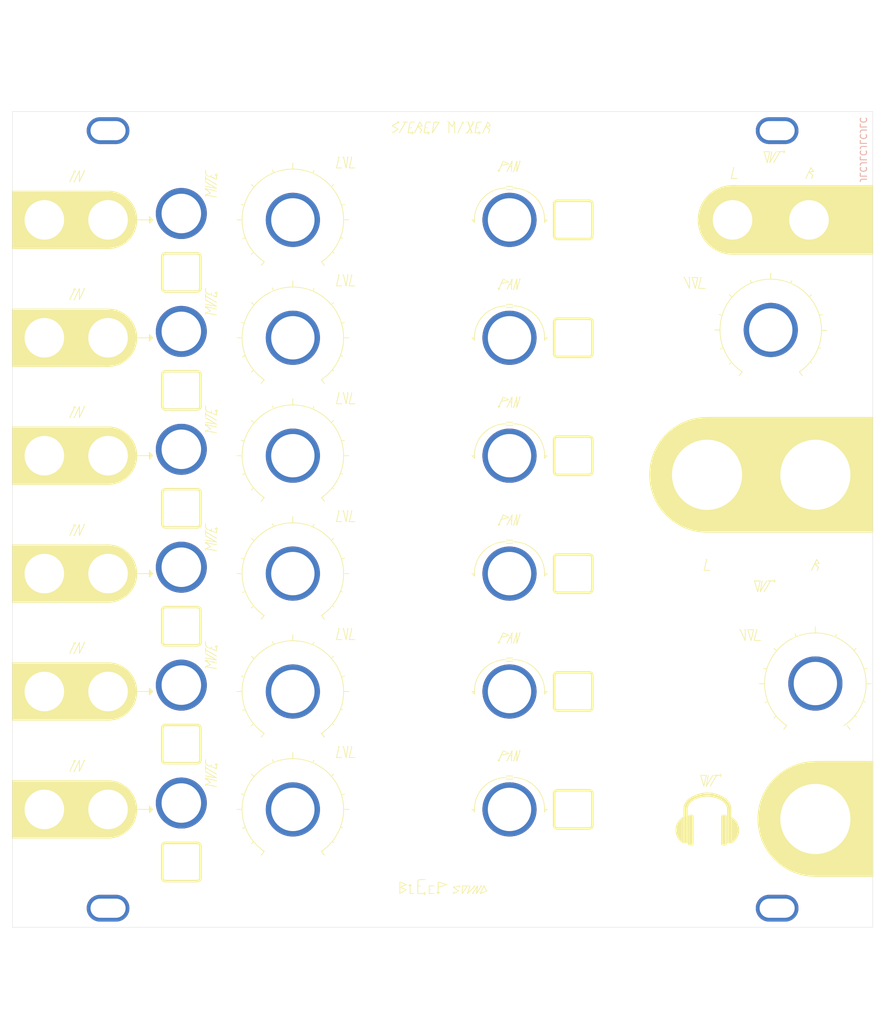
<source format=kicad_pcb>
(kicad_pcb (version 20211014) (generator pcbnew)
  (layers (0 "F.Cu" signal) (31 "B.Cu" signal) (34 "B.Paste" user) (35 "F.Paste" user) (36 "B.SilkS" user "B.Silkscreen") (37 "F.SilkS" user "F.Silkscreen") (38 "B.Mask" user) (39 "F.Mask" user) (44 "Edge.Cuts" user))
  (net 0 "")
  (footprint "Synth:Doepfer Mounting hole" (layer "F.Cu") (at 146.646447 159.646447)
    (fp_text reference "H4" hide)
    (fp_text value "MountingHole")
    (pad "1" thru_hole oval locked (at 0 0) (size 6.7 4.2) (drill oval 5.5 3) (layers *.Cu *.Mask))
  )
  (footprint "Synth:Doepfer Mounting hole" (layer "F.Cu") (at 41.646447 159.646447)
    (fp_text reference "H1" hide)
    (fp_text value "MountingHole")
    (pad "1" thru_hole oval locked (at 0 0) (size 6.7 4.2) (drill oval 5.5 3) (layers *.Cu *.Mask))
  )
  (footprint "Synth:Doepfer Mounting hole" (layer "F.Cu") (at 146.646447 37.646447)
    (fp_text reference "H2" hide)
    (fp_text value "MountingHole")
    (pad "1" thru_hole oval locked (at 0 0) (size 6.7 4.2) (drill oval 5.5 3) (layers *.Cu *.Mask))
  )
  (footprint "LOGO" (layer "F.Cu") (at 135.696447 145.646447)
    (fp_text reference "G***" hide)
    (fp_text value "LOGO" hide)
  )
  (footprint "Synth:Doepfer Mounting hole" (layer "F.Cu") (at 41.646447 37.646447)
    (fp_text reference "H3" hide)
    (fp_text value "MountingHole")
    (pad "1" thru_hole oval locked (at 0 0) (size 6.7 4.2) (drill oval 5.5 3) (layers *.Cu *.Mask))
  )
  (gr_line (start 89.046447 155.946447) (end 89.046447 157.346447) (layer "F.SilkS") (width 0.12))
  (gr_line (start 90.246447 157.346447) (end 91.446447 157.346447) (layer "F.SilkS") (width 0.12))
  (gr_line (start 87.446447 157.346447) (end 88.446447 156.746447) (layer "F.SilkS") (width 0.12))
  (gr_line (start 88.446447 156.746447) (end 87.446447 156.346447) (layer "F.SilkS") (width 0.12))
  (gr_line (start 89.046447 157.346447) (end 89.646447 157.346447) (layer "F.SilkS") (width 0.12))
  (gr_line (start 90.646447 155.146447) (end 91.446447 155.146447) (layer "F.SilkS") (width 0.12))
  (gr_line (start 92.046447 157.346447) (end 92.846447 157.346447) (layer "F.SilkS") (width 0.12))
  (gr_line (start 93.446447 155.546447) (end 94.846447 155.946447) (layer "F.SilkS") (width 0.12))
  (gr_line (start 90.246447 155.546447) (end 90.246447 157.346447) (layer "F.SilkS") (width 0.12))
  (gr_line (start 90.246447 156.146447) (end 90.646447 156.146447) (layer "F.SilkS") (width 0.12))
  (gr_line (start 92.046447 156.146447) (end 92.046447 157.346447) (layer "F.SilkS") (width 0.12))
  (gr_line (start 93.246447 157.146447) (end 93.446447 157.346447) (layer "F.SilkS") (width 0.12))
  (gr_line (start 92.046447 156.146447) (end 92.846447 156.146447) (layer "F.SilkS") (width 0.12))
  (gr_line (start 93.446447 157.346447) (end 93.446447 157.146447) (layer "F.SilkS") (width 0.12))
  (gr_line (start 93.446447 155.546447) (end 93.446447 157.346447) (layer "F.SilkS") (width 0.12))
  (gr_line (start 94.846447 155.946447) (end 93.446447 156.346447) (layer "F.SilkS") (width 0.12))
  (gr_line (start 92.046447 156.746447) (end 92.246447 156.746447) (layer "F.SilkS") (width 0.12))
  (gr_line (start 87.446447 156.346447) (end 88.446447 155.946447) (layer "F.SilkS") (width 0.12))
  (gr_line (start 93.446447 157.346447) (end 93.646447 157.146447) (layer "F.SilkS") (width 0.12))
  (gr_line (start 87.446447 155.546447) (end 87.446447 157.346447) (layer "F.SilkS") (width 0.12))
  (gr_line (start 88.446447 155.946447) (end 87.446447 155.546447) (layer "F.SilkS") (width 0.12))
  (gr_line (start 100.246447 156.146447) (end 100.046447 156.146447) (layer "F.SilkS") (width 0.12))
  (gr_line (start 95.846447 157.346447) (end 95.846447 157.146447) (layer "F.SilkS") (width 0.12))
  (gr_line (start 97.246447 156.146447) (end 97.246447 157.346447) (layer "F.SilkS") (width 0.12))
  (gr_line (start 98.446447 156.146447) (end 98.046447 157.346447) (layer "F.SilkS") (width 0.12))
  (gr_line (start 98.046447 157.346447) (end 99.246447 156.146447) (layer "F.SilkS") (width 0.12))
  (gr_line (start 100.646447 156.146447) (end 100.046447 157.346447) (layer "F.SilkS") (width 0.12))
  (gr_line (start 100.646447 156.146447) (end 101.046447 156.946447) (layer "F.SilkS") (width 0.12))
  (gr_line (start 96.846447 156.146447) (end 96.846447 156.346447) (layer "F.SilkS") (width 0.12))
  (gr_line (start 89.046447 155.946447) (end 88.846447 156.146447) (layer "F.SilkS") (width 0.12))
  (gr_line (start 89.046447 155.946447) (end 89.246447 156.146447) (layer "F.SilkS") (width 0.12))
  (gr_line (start 99.646447 156.146447) (end 99.446447 157.346447) (layer "F.SilkS") (width 0.12))
  (gr_arc (start 90.246447 155.546447) (mid 90.363604 155.263604) (end 90.646447 155.146447) (layer "F.SilkS") (width 0.12))
  (gr_line (start 96.646447 156.946447) (end 95.846447 157.346447) (layer "F.SilkS") (width 0.12))
  (gr_line (start 91.446447 157.346447) (end 91.246447 157.146447) (layer "F.SilkS") (width 0.12))
  (gr_line (start 91.446447 157.346447) (end 91.246447 157.546447) (layer "F.SilkS") (width 0.12))
  (gr_line (start 95.846447 156.346447) (end 96.646447 156.946447) (layer "F.SilkS") (width 0.12))
  (gr_line (start 98.046447 156.146447) (end 97.246447 156.146447) (layer "F.SilkS") (width 0.12))
  (gr_line (start 99.446447 157.346447) (end 100.246447 156.146447) (layer "F.SilkS") (width 0.12))
  (gr_line (start 99.646447 156.146447) (end 98.846447 157.346447) (layer "F.SilkS") (width 0.12))
  (gr_line (start 98.446447 156.146447) (end 98.246447 156.146447) (layer "F.SilkS") (width 0.12))
  (gr_line (start 98.846447 157.346447) (end 99.046447 157.346447) (layer "F.SilkS") (width 0.12))
  (gr_line (start 99.246447 156.146447) (end 99.046447 156.146447) (layer "F.SilkS") (width 0.12))
  (gr_line (start 97.246447 157.346447) (end 98.046447 156.146447) (layer "F.SilkS") (width 0.12))
  (gr_line (start 100.046447 157.346447) (end 101.046447 156.946447) (layer "F.SilkS") (width 0.12))
  (gr_line (start 96.846447 156.146447) (end 95.846447 156.346447) (layer "F.SilkS") (width 0.12))
  (gr_line (start 136.746447 138.796447) (end 137.446447 138.796447) (layer "F.SilkS") (width 0.12))
  (gr_line (start 135.146447 140.496447) (end 134.646447 138.796447) (layer "F.SilkS") (width 0.12))
  (gr_line (start 134.646447 138.796447) (end 135.546447 138.796447) (layer "F.SilkS") (width 0.12))
  (gr_line (start 135.846447 138.796447) (end 135.546447 140.496447) (layer "F.SilkS") (width 0.12))
  (gr_line (start 135.546447 140.496447) (end 136.546447 138.796447) (layer "F.SilkS") (width 0.12))
  (gr_line (start 135.546447 138.796447) (end 135.146447 140.496447) (layer "F.SilkS") (width 0.12))
  (gr_line (start 137.146447 138.796447) (end 136.146447 140.496447) (layer "F.SilkS") (width 0.12))
  (gr_line (start 36.446447 43.946447) (end 36.246447 44.046447) (layer "F.SilkS") (width 0.12))
  (gr_line (start 36.346447 45.646447) (end 37.146447 43.946447) (layer "F.SilkS") (width 0.12))
  (gr_line (start 36.346447 45.646447) (end 36.246447 45.646447) (layer "F.SilkS") (width 0.12))
  (gr_line (start 37.146447 43.946447) (end 37.146447 45.646447) (layer "F.SilkS") (width 0.12))
  (gr_line (start 36.446447 43.946447) (end 36.546447 44.146447) (layer "F.SilkS") (width 0.12))
  (gr_line (start 37.146447 45.646447) (end 37.946447 43.946447) (layer "F.SilkS") (width 0.12))
  (gr_line (start 35.646447 45.646447) (end 36.446447 43.946447) (layer "F.SilkS") (width 0.12))
  (gr_line (start 37.946447 43.946447) (end 37.846447 43.946447) (layer "F.SilkS") (width 0.12))
  (gr_line (start 103.646447 116.446447) (end 102.946447 118.046447) (layer "F.SilkS") (width 0.12))
  (gr_poly (pts (xy 41.646447 148.646447) (xy 26.646447 148.646447) (xy 26.646447 139.646447) (xy 41.646447 139.646447)) (layer "F.SilkS") (width 0.15) (fill solid))
  (gr_line (start 137.846447 138.796447) (end 137.746447 138.996447) (layer "F.SilkS") (width 0.12))
  (gr_poly (pts (xy 48.646447 144.146447) (xy 48.146447 144.646447) (xy 48.146447 143.646447)) (layer "F.SilkS") (width 0.15) (fill solid))
  (gr_line (start 36.346447 138.146447) (end 37.146447 136.446447) (layer "F.SilkS") (width 0.12))
  (gr_arc (start 91.446447 36.696447) (mid 91.563604 36.413604) (end 91.846447 36.296447) (layer "F.SilkS") (width 0.12))
  (gr_line (start 58.646447 65.196447) (end 56.946447 64.196447) (layer "F.SilkS") (width 0.12))
  (gr_line (start 66.146447 76.71853) (end 65.686447 77.30853) (layer "F.SilkS") (width 0.12))
  (gr_line (start 102.946447 44.046447) (end 102.846447 43.846447) (layer "F.SilkS") (width 0.12))
  (gr_line (start 88.946447 37.196447) (end 89.246447 37.196447) (layer "F.SilkS") (width 0.12))
  (gr_line (start 104.146447 64.896447) (end 105.146447 64.896447) (layer "F.SilkS") (width 0.12))
  (gr_line (start 105.296447 81.046447) (end 105.196447 81.046447) (layer "F.SilkS") (width 0.12))
  (gr_line (start 58.646447 99.946447) (end 58.446447 100.146447) (layer "F.SilkS") (width 0.12))
  (gr_poly (pts (xy 110.146447 126.046447) (xy 110.146447 125.646447) (xy 110.546447 125.646447)) (layer "F.SilkS") (width 0.12) (fill solid))
  (gr_line (start 56.946447 66.246447) (end 56.946447 66.446447) (layer "F.SilkS") (width 0.12))
  (gr_line (start 57.696447 102.946447) (end 56.946447 103.246447) (layer "F.SilkS") (width 0.12))
  (gr_line (start 105.046447 42.446447) (end 104.946447 44.046447) (layer "F.SilkS") (width 0.12))
  (gr_line (start 58.646447 81.446447) (end 58.446447 81.646447) (layer "F.SilkS") (width 0.12))
  (gr_arc (start 56.146447 99.396447) (mid 56 99.75) (end 55.646447 99.896447) (layer "F.SilkS") (width 0.4))
  (gr_line (start 64.146447 57.01853) (end 64.496447 56.72853) (layer "F.SilkS") (width 0.12))
  (gr_line (start 37.146447 80.946447) (end 37.146447 82.646447) (layer "F.SilkS") (width 0.12))
  (gr_line (start 104.946447 43.246447) (end 104.646447 43.246447) (layer "F.SilkS") (width 0.12))
  (gr_line (start 77.036447 120.11853) (end 76.686447 120.43853) (layer "F.SilkS") (width 0.12))
  (gr_line (start 78.596447 60.296447) (end 78.996447 61.996447) (layer "F.SilkS") (width 0.12))
  (gr_line locked (start 160.446447 127.29353) (end 160.136447 127.18353) (layer "F.SilkS") (width 0.12))
  (gr_line locked (start 143.446447 115.946447) (end 143.346447 115.946447) (layer "F.SilkS") (width 0.12))
  (gr_line (start 56.946447 84.746447) (end 56.946447 84.946447) (layer "F.SilkS") (width 0.12))
  (gr_line (start 61.863342 88.646447) (end 62.634954 88.646447) (layer "F.SilkS") (width 0.12))
  (gr_line (start 78.596447 134.296447) (end 78.496447 134.296447) (layer "F.SilkS") (width 0.12))
  (gr_line (start 137.746447 71.88853) (end 138.186447 71.72853) (layer "F.SilkS") (width 0.12))
  (gr_line (start 58.646447 63.746447) (end 58.646447 63.046447) (layer "F.SilkS") (width 0.12))
  (gr_line (start 79.896447 134.296447) (end 79.796447 134.296447) (layer "F.SilkS") (width 0.12))
  (gr_line (start 105.046447 60.946447) (end 104.946447 62.546447) (layer "F.SilkS") (width 0.12))
  (gr_line (start 58.646447 137.746447) (end 58.646447 137.046447) (layer "F.SilkS") (width 0.12))
  (gr_line (start 78.996447 98.996447) (end 79.296447 97.296447) (layer "F.SilkS") (width 0.12))
  (gr_line (start 111.646447 49.146447) (end 111.646447 54.146447) (layer "F.SilkS") (width 0.4))
  (gr_line (start 112.146447 122.646447) (end 117.146447 122.646447) (layer "F.SilkS") (width 0.4))
  (gr_arc (start 105.146447 120.646447) (mid 108.700918 122.091976) (end 110.146447 125.646447) (layer "F.SilkS") (width 0.12))
  (gr_line (start 58.646447 46.696447) (end 56.946447 45.696447) (layer "F.SilkS") (width 0.12))
  (gr_line (start 78.649148 144.146447) (end 79.42076 144.146447) (layer "F.SilkS") (width 0.12))
  (gr_line (start 64.146447 131.01853) (end 64.496447 130.72853) (layer "F.SilkS") (width 0.12))
  (gr_line (start 50.646447 112.396447) (end 55.646447 112.396447) (layer "F.SilkS") (width 0.4))
  (gr_line (start 78.996447 117.496447) (end 79.296447 115.796447) (layer "F.SilkS") (width 0.12))
  (gr_line (start 78.746447 141.71853) (end 78.286447 141.85853) (layer "F.SilkS") (width 0.12))
  (gr_line (start 105.796447 79.446447) (end 105.296447 81.046447) (layer "F.SilkS") (width 0.12))
  (gr_line (start 57.296447 81.746447) (end 58.646447 82.246447) (layer "F.SilkS") (width 0.12))
  (gr_line (start 62.546447 86.21853) (end 63.006447 86.35853) (layer "F.SilkS") (width 0.12))
  (gr_arc (start 117.146447 48.646447) (mid 117.5 48.792894) (end 117.646447 49.146447) (layer "F.SilkS") (width 0.4))
  (gr_line (start 64.146447 46.11853) (end 64.556447 46.46853) (layer "F.SilkS") (width 0.12))
  (gr_line (start 99.446447 36.696447) (end 99.246447 37.996447) (layer "F.SilkS") (width 0.12))
  (gr_arc (start 57.296447 118.746447) (mid 57.046822 118.548685) (end 56.946447 118.246447) (layer "F.SilkS") (width 0.12))
  (gr_line (start 79.496447 61.996447) (end 80.396447 61.996447) (layer "F.SilkS") (width 0.12))
  (gr_line (start 152.076447 74.12853) (end 151.836447 73.92853) (layer "F.SilkS") (width 0.12))
  (gr_line (start 37.146447 101.146447) (end 37.946447 99.446447) (layer "F.SilkS") (width 0.12))
  (gr_line (start 58.646447 118.446447) (end 58.846447 118.646447) (layer "F.SilkS") (width 0.12))
  (gr_arc (start 117.646447 91.146447) (mid 117.5 91.5) (end 117.146447 91.646447) (layer "F.SilkS") (width 0.4))
  (gr_line (start 56.946447 46.746447) (end 57.696447 47.446447) (layer "F.SilkS") (width 0.12))
  (gr_arc (start 117.146447 122.646447) (mid 117.5 122.792894) (end 117.646447 123.146447) (layer "F.SilkS") (width 0.4))
  (gr_line (start 103.646447 97.946447) (end 104.546447 98.346447) (layer "F.SilkS") (width 0.12))
  (gr_line (start 77.076447 75.35853) (end 76.836447 75.15853) (layer "F.SilkS") (width 0.12))
  (gr_arc (start 66.146447 76.71853) (mid 70.646447 62.181381) (end 75.146447 76.71853) (layer "F.SilkS") (width 0.12))
  (gr_line (start 104.946447 117.246447) (end 104.646447 117.246447) (layer "F.SilkS") (width 0.12))
  (gr_arc (start 50.146447 149.896447) (mid 50.292894 149.542894) (end 50.646447 149.396447) (layer "F.SilkS") (width 0.4))
  (gr_line (start 79.496447 43.496447) (end 80.396447 43.496447) (layer "F.SilkS") (width 0.12))
  (gr_line (start 152.846447 104.946447) (end 153.246447 105.546447) (layer "F.SilkS") (width 0.12))
  (gr_line (start 62.546447 123.21853) (end 63.006447 123.35853) (layer "F.SilkS") (width 0.12))
  (gr_line (start 56.146447 112.896447) (end 56.146447 117.896447) (layer "F.SilkS") (width 0.4))
  (gr_line (start 147.796447 40.946447) (end 147.696447 40.746447) (layer "F.SilkS") (width 0.12))
  (gr_line (start 111.646447 86.146447) (end 111.646447 91.146447) (layer "F.SilkS") (width 0.4))
  (gr_line (start 152.846447 104.946447) (end 152.046447 106.646447) (layer "F.SilkS") (width 0.12))
  (gr_line (start 105.046447 79.446447) (end 104.946447 81.046447) (layer "F.SilkS") (width 0.12))
  (gr_arc (start 117.646447 128.146447) (mid 117.5 128.5) (end 117.146447 128.646447) (layer "F.SilkS") (width 0.4))
  (gr_arc (start 50.646447 81.396447) (mid 50.292894 81.25) (end 50.146447 80.896447) (layer "F.SilkS") (width 0.4))
  (gr_line (start 56.946447 65.246447) (end 57.696447 65.946447) (layer "F.SilkS") (width 0.12))
  (gr_arc (start 111.646447 104.646447) (mid 111.792894 104.292894) (end 112.146447 104.146447) (layer "F.SilkS") (width 0.4))
  (gr_line (start 48.146447 88.646447) (end 45.646447 88.646447) (layer "F.SilkS") (width 0.12))
  (gr_line locked (start 160.746447 121.99353) (end 160.286447 122.13353) (layer "F.SilkS") (width 0.12))
  (gr_line (start 79.296447 60.296447) (end 79.196447 60.296447) (layer "F.SilkS") (width 0.12))
  (gr_line (start 78.446447 54.51853) (end 78.136447 54.40853) (layer "F.SilkS") (width 0.12))
  (gr_line (start 134.196447 60.696447) (end 133.796447 62.396447) (layer "F.SilkS") (width 0.12))
  (gr_arc (start 50.646447 62.896447) (mid 50.292894 62.75) (end 50.146447 62.396447) (layer "F.SilkS") (width 0.4))
  (gr_line (start 64.146447 75.51853) (end 64.496447 75.22853) (layer "F.SilkS") (width 0.12))
  (gr_line (start 86.346447 37.996447) (end 86.346447 37.796447) (layer "F.SilkS") (width 0.12))
  (gr_line (start 78.596447 41.796447) (end 78.496447 41.796447) (layer "F.SilkS") (width 0.12))
  (gr_line (start 56.946447 139.246447) (end 56.946447 139.446447) (layer "F.SilkS") (width 0.12))
  (gr_line (start 103.146447 80.946447) (end 102.946447 81.046447) (layer "F.SilkS") (width 0.12))
  (gr_line (start 77.036447 138.61853) (end 76.686447 138.93853) (layer "F.SilkS") (width 0.12))
  (gr_line (start 75.146447 58.21853) (end 75.596447 58.82853) (layer "F.SilkS") (width 0.12))
  (gr_line (start 117.646447 49.146447) (end 117.646447 54.146447) (layer "F.SilkS") (width 0.4))
  (gr_line (start 103.646447 79.446447) (end 104.546447 79.846447) (layer "F.SilkS") (width 0.12))
  (gr_line (start 55.646447 155.396447) (end 50.646447 155.396447) (layer "F.SilkS") (width 0.4))
  (gr_line (start 106.296447 97.946447) (end 106.196447 97.946447) (layer "F.SilkS") (width 0.12))
  (gr_line (start 79.296447 115.796447) (end 79.196447 115.796447) (layer "F.SilkS") (width 0.12))
  (gr_line (start 106.296447 97.946447) (end 105.796447 99.546447) (layer "F.SilkS") (width 0.12))
  (gr_line (start 112.146447 67.146447) (end 117.146447 67.146447) (layer "F.SilkS") (width 0.4))
  (gr_line (start 36.346447 119.646447) (end 36.246447 119.646447) (layer "F.SilkS") (width 0.12))
  (gr_line (start 56.946447 140.246447) (end 58.646447 140.546447) (layer "F.SilkS") (width 0.12))
  (gr_line (start 99.246447 37.996447) (end 99.946447 37.996447) (layer "F.SilkS") (width 0.12))
  (gr_line (start 90.946447 36.896447) (end 90.246447 36.996447) (layer "F.SilkS") (width 0.12))
  (gr_line (start 143.996447 108.296447) (end 143.596447 109.996447) (layer "F.SilkS") (width 0.12))
  (gr_line (start 56.146447 131.396447) (end 56.146447 136.396447) (layer "F.SilkS") (width 0.4))
  (gr_line (start 56.946447 120.746447) (end 58.646447 121.146447) (layer "F.SilkS") (width 0.12))
  (gr_line (start 111.646447 104.646447) (end 111.646447 109.646447) (layer "F.SilkS") (width 0.4))
  (gr_line (start 58.646447 102.196447) (end 56.946447 101.196447) (layer "F.SilkS") (width 0.12))
  (gr_line (start 57.696447 121.446447) (end 56.946447 121.746447) (layer "F.SilkS") (width 0.12))
  (gr_line (start 117.646447 123.146447) (end 117.646447 128.146447) (layer "F.SilkS") (width 0.4))
  (gr_line (start 56.946447 137.996447) (end 56.946447 137.296447) (layer "F.SilkS") (width 0.12))
  (gr_line (start 105.796447 97.946447) (end 105.296447 99.546447) (layer "F.SilkS") (width 0.12))
  (gr_arc (start 50.146447 75.896447) (mid 50.292894 75.542894) (end 50.646447 75.396447) (layer "F.SilkS") (width 0.4))
  (gr_line (start 105.296447 62.546447) (end 105.196447 62.546447) (layer "F.SilkS") (width 0.12))
  (gr_line (start 56.946447 120.746447) (end 56.946447 120.946447) (layer "F.SilkS") (width 0.12))
  (gr_line (start 79.896447 134.296447) (end 79.496447 135.996447) (layer "F.SilkS") (width 0.12))
  (gr_line (start 78.446447 147.01853) (end 78.136447 146.90853) (layer "F.SilkS") (width 0.12))
  (gr_line (start 37.146447 119.646447) (end 37.946447 117.946447) (layer "F.SilkS") (width 0.12))
  (gr_line (start 105.796447 42.446447) (end 105.296447 44.046447) (layer "F.SilkS") (width 0.12))
  (gr_arc (start 111.646447 123.146447) (mid 111.792894 122.792894) (end 112.146447 122.646447) (layer "F.SilkS") (width 0.4))
  (gr_line (start 117.646447 86.146447) (end 117.646447 91.146447) (layer "F.SilkS") (width 0.4))
  (gr_line (start 77.496447 80.496447) (end 78.296447 80.496447) (layer "F.SilkS") (width 0.12))
  (gr_arc (start 56.146447 62.396447) (mid 56 62.75) (end 55.646447 62.896447) (layer "F.SilkS") (width 0.4))
  (gr_line (start 77.076447 149.35853) (end 76.836447 149.15853) (layer "F.SilkS") (width 0.12))
  (gr_line (start 37.946447 80.946447) (end 37.846447 80.946447) (layer "F.SilkS") (width 0.12))
  (gr_line (start 92.546447 37.996447) (end 92.796447 36.296447) (layer "F.SilkS") (width 0.12))
  (gr_line (start 77.076447 112.35853) (end 76.836447 112.15853) (layer "F.SilkS") (width 0.12))
  (gr_line (start 91.246447 37.996447) (end 91.946447 37.996447) (layer "F.SilkS") (width 0.12))
  (gr_line (start 98.046447 37.996447) (end 99.046447 36.296447) (layer "F.SilkS") (width 0.15))
  (gr_line (start 90.546447 36.296447) (end 89.746447 37.996447) (layer "F.SilkS") (width 0.12))
  (gr_arc (start 56.146447 154.896447) (mid 56 155.25) (end 55.646447 155.396447) (layer "F.SilkS") (width 0.4))
  (gr_line (start 103.646447 42.446447) (end 104.546447 42.846447) (layer "F.SilkS") (width 0.12))
  (gr_line (start 75.146447 95.21853) (end 75.596447 95.82853) (layer "F.SilkS") (width 0.12))
  (gr_line (start 56.946447 46.746447) (end 58.646447 47.146447) (layer "F.SilkS") (width 0.12))
  (gr_line (start 78.996447 61.996447) (end 79.296447 60.296447) (layer "F.SilkS") (width 0.12))
  (gr_line (start 89.346447 36.296447) (end 89.746447 36.296447) (layer "F.SilkS") (width 0.12))
  (gr_line (start 98.146447 36.296447) (end 98.746447 37.996447) (layer "F.SilkS") (width 0.15))
  (gr_line (start 151.946447 43.446447) (end 152.346447 44.046447) (layer "F.SilkS") (width 0.12))
  (gr_line (start 35.646447 138.146447) (end 36.446447 136.446447) (layer "F.SilkS") (width 0.12))
  (gr_arc locked (start 148.146447 130.99353) (mid 152.646447 116.456381) (end 157.146447 130.99353) (layer "F.SilkS") (width 0.12))
  (gr_line (start 58.646447 118.446447) (end 58.446447 118.646447) (layer "F.SilkS") (width 0.12))
  (gr_line (start 105.796447 116.446447) (end 105.796447 118.046447) (layer "F.SilkS") (width 0.12))
  (gr_line (start 56.946447 102.246447) (end 57.696447 102.946447) (layer "F.SilkS") (width 0.12))
  (gr_poly (pts (xy 110.146447 70.546447) (xy 110.146447 70.146447) (xy 110.546447 70.146447)) (layer "F.SilkS") (width 0.12) (fill solid))
  (gr_line (start 145.496447 40.946447) (end 145.096447 42.646447) (layer "F.SilkS") (width 0.12))
  (gr_line (start 35.646447 101.146447) (end 36.446447 99.446447) (layer "F.SilkS") (width 0.12))
  (gr_line (start 56.946447 46.746447) (end 56.946447 46.946447) (layer "F.SilkS") (width 0.12))
  (gr_line (start 86.346447 37.996447) (end 86.546447 37.996447) (layer "F.SilkS") (width 0.12))
  (gr_arc (start 66.146447 150.71853) (mid 70.646447 136.181381) (end 75.146447 150.71853) (layer "F.SilkS") (width 0.12))
  (gr_line (start 56.946447 100.996447) (end 56.946447 100.296447) (layer "F.SilkS") (width 0.12))
  (gr_line (start 78.649148 125.646447) (end 79.42076 125.646447) (layer "F.SilkS") (width 0.12))
  (gr_line (start 56.946447 121.746447) (end 58.646447 122.046447) (layer "F.SilkS") (width 0.12))
  (gr_line (start 57.846447 100.446447) (end 57.846447 100.146447) (layer "F.SilkS") (width 0.12))
  (gr_line (start 135.596447 104.946447) (end 135.196447 106.646447) (layer "F.SilkS") (width 0.12))
  (gr_line (start 103.646447 134.946447) (end 104.546447 135.346447) (layer "F.SilkS") (width 0.12))
  (gr_arc (start 112.146447 54.646447) (mid 111.792894 54.5) (end 111.646447 54.146447) (layer "F.SilkS") (width 0.4))
  (gr_line (start 104.146447 120.396447) (end 105.146447 120.396447) (layer "F.SilkS") (width 0.12))
  (gr_line (start 143.596447 109.996447) (end 143.096447 108.296447) (layer "F.SilkS") (width 0.12))
  (gr_poly (pts (xy 41.646447 111.646447) (xy 26.646447 111.646447) (xy 26.646447 102.646447) (xy 41.646447 102.646447)) (layer "F.SilkS") (width 0.15) (fill solid))
  (gr_line (start 106.296447 42.446447) (end 105.796447 44.046447) (layer "F.SilkS") (width 0.12))
  (gr_line (start 58.646447 99.946447) (end 58.846447 100.146447) (layer "F.SilkS") (width 0.12))
  (gr_line (start 67.446447 80.81853) (end 67.636447 81.26853) (layer "F.SilkS") (width 0.12))
  (gr_line (start 70.646447 80.680141) (end 70.646447 79.71853) (layer "F.SilkS") (width 0.12))
  (gr_line (start 36.446447 99.446447) (end 36.246447 99.546447) (layer "F.SilkS") (width 0.12))
  (gr_circle (center 41.646447 107.146447) (end 46.146447 107.146447) (layer "F.SilkS") (width 0.15) (fill solid))
  (gr_line (start 61.863342 107.146447) (end 62.634954 107.146447) (layer "F.SilkS") (width 0.12))
  (gr_line (start 139.846447 43.446447) (end 139.446447 45.146447) (layer "F.SilkS") (width 0.12))
  (gr_line (start 79.496447 98.996447) (end 80.396447 98.996447) (layer "F.SilkS") (width 0.12))
  (gr_arc (start 66.146447 132.21853) (mid 70.646447 117.681381) (end 75.146447 132.21853) (layer "F.SilkS") (width 0.12))
  (gr_line (start 75.146447 113.71853) (end 75.596447 114.32853) (layer "F.SilkS") (width 0.12))
  (gr_line (start 62.546447 104.71853) (end 63.006447 104.85853) (layer "F.SilkS") (width 0.12))
  (gr_arc (start 105.146447 102.146447) (mid 108.700918 103.591976) (end 110.146447 107.146447) (layer "F.SilkS") (width 0.12))
  (gr_arc (start 112.146447 147.146447) (mid 111.792894 147) (end 111.646447 146.646447) (layer "F.SilkS") (width 0.4))
  (gr_line (start 105.046447 116.446447) (end 104.246447 118.046447) (layer "F.SilkS") (width 0.12))
  (gr_arc (start 56.146447 80.896447) (mid 56 81.25) (end 55.646447 81.396447) (layer "F.SilkS") (width 0.4))
  (gr_line (start 105.296447 136.546447) (end 105.196447 136.546447) (layer "F.SilkS") (width 0.12))
  (gr_line (start 62.746447 128.61853) (end 63.186447 128.45853) (layer "F.SilkS") (width 0.12))
  (gr_arc (start 99.146447 125.646447) (mid 100.601579 122.101579) (end 104.146447 120.646447) (layer "F.SilkS") (width 0.12))
  (gr_line (start 90.246447 36.996447) (end 90.846447 37.496447) (layer "F.SilkS") (width 0.12))
  (gr_line (start 37.146447 64.146447) (end 37.946447 62.446447) (layer "F.SilkS") (width 0.12))
  (gr_line (start 35.646447 82.646447) (end 36.446447 80.946447) (layer "F.SilkS") (width 0.12))
  (gr_line (start 78.746447 123.21853) (end 78.286447 123.35853) (layer "F.SilkS") (width 0.12))
  (gr_arc (start 105.146447 65.146447) (mid 108.700918 66.591976) (end 110.146447 70.146447) (layer "F.SilkS") (width 0.12))
  (gr_arc (start 99.146447 51.646447) (mid 100.601579 48.101579) (end 104.146447 46.646447) (layer "F.SilkS") (width 0.12))
  (gr_line (start 56.946447 118.246447) (end 56.946447 117.846447) (layer "F.SilkS") (width 0.12))
  (gr_line (start 58.646447 81.446447) (end 58.846447 81.646447) (layer "F.SilkS") (width 0.12))
  (gr_arc (start 55.646447 56.896447) (mid 56 57.042894) (end 56.146447 57.396447) (layer "F.SilkS") (width 0.4))
  (gr_line (start 142.446447 61.08853) (end 142.636447 61.53853) (layer "F.SilkS") (width 0.12))
  (gr_line (start 106.296447 42.446447) (end 106.196447 42.446447) (layer "F.SilkS") (width 0.12))
  (gr_line (start 77.036447 64.61853) (end 76.686447 64.93853) (layer "F.SilkS") (width 0.12))
  (gr_line (start 103.646447 79.446447) (end 102.946447 81.046447) (layer "F.SilkS") (width 0.12))
  (gr_line (start 145.496447 42.646447) (end 146.496447 40.946447) (layer "F.SilkS") (width 0.12))
  (gr_line (start 62.546447 49.21853) (end 63.006447 49.35853) (layer "F.SilkS") (width 0.12))
  (gr_line (start 61.863342 70.146447) (end 62.634954 70.146447) (layer "F.SilkS") (width 0.12))
  (gr_line (start 100.946447 36.996447) (end 101.546447 37.496447) (layer "F.SilkS") (width 0.12))
  (gr_line (start 104.546447 135.346447) (end 103.346447 135.646447) (layer "F.SilkS") (width 0.12))
  (gr_line (start 101.646447 36.896447) (end 100.946447 36.996447) (layer "F.SilkS") (width 0.12))
  (gr_line locked (start 140.846447 115.946447) (end 141.646447 117.646447) (layer "F.SilkS") (width 0.12))
  (gr_line (start 88.946447 36.696447) (end 88.746447 37.996447) (layer "F.SilkS") (width 0.12))
  (gr_line (start 151.946447 43.446447) (end 151.146447 45.146447) (layer "F.SilkS") (width 0.12))
  (gr_line (start 57.696447 47.446447) (end 56.946447 47.746447) (layer "F.SilkS") (width 0.12))
  (gr_line (start 37.946447 99.446447) (end 37.846447 99.446447) (layer "F.SilkS") (width 0.12))
  (gr_line (start 104.546447 42.846447) (end 103.346447 43.146447) (layer "F.SilkS") (width 0.12))
  (gr_line (start 105.296447 118.046447) (end 105.196447 118.046447) (layer "F.SilkS") (width 0.12))
  (gr_arc (start 66.146447 113.71853) (mid 70.646447 99.181381) (end 75.146447 113.71853) (layer "F.SilkS") (width 0.12))
  (gr_line (start 58.646447 62.946447) (end 58.446447 63.146447) (layer "F.SilkS") (width 0.12))
  (gr_line (start 104.146447 139.396447) (end 105.146447 139.396447) (layer "F.SilkS") (width 0.12))
  (gr_line (start 87.246447 36.296447) (end 86.246447 36.896447) (layer "F.SilkS") (width 0.12))
  (gr_line (start 66.146447 113.71853) (end 65.686447 114.30853) (layer "F.SilkS") (width 0.12))
  (gr_line (start 152.246447 44.646447) (end 152.046447 45.146447) (layer "F.SilkS") (width 0.12))
  (gr_poly (pts (xy 161.646447 57.031612) (xy 139.646447 57.031612) (xy 139.646447 46.261282) (xy 161.646447 46.261282)) (layer "F.SilkS") (width 0.15) (fill solid))
  (gr_line (start 57.296447 63.246447) (end 58.646447 63.746447) (layer "F.SilkS") (width 0.12))
  (gr_line (start 98.746447 37.996447) (end 98.546447 37.996447) (layer "F.SilkS") (width 0.15))
  (gr_line (start 153.649148 68.98853) (end 154.42076 68.98853) (layer "F.SilkS") (width 0.12))
  (gr_line (start 135.596447 104.946447) (end 135.496447 104.946447) (layer "F.SilkS") (width 0.12))
  (gr_line (start 104.146447 83.896447) (end 105.146447 83.896447) (layer "F.SilkS") (width 0.12))
  (gr_line (start 58.646447 139.196447) (end 56.946447 138.196447) (layer "F.SilkS") (width 0.12))
  (gr_line (start 57.846447 44.946447) (end 57.846447 44.646447) (layer "F.SilkS") (width 0.12))
  (gr_line locked (start 148.146447 130.99353) (end 147.686447 131.58353) (layer "F.SilkS") (width 0.12))
  (gr_line (start 77.076447 130.85853) (end 76.836447 130.65853) (layer "F.SilkS") (width 0.12))
  (gr_line (start 79.296447 78.796447) (end 79.196447 78.796447) (layer "F.SilkS") (width 0.12))
  (gr_line (start 141.146447 75.48853) (end 140.686447 76.07853) (layer "F.SilkS") (width 0.12))
  (gr_line (start 58.646447 44.446447) (end 58.446447 44.646447) (layer "F.SilkS") (width 0.12))
  (gr_line (start 37.146447 99.446447) (end 37.146447 101.146447) (layer "F.SilkS") (width 0.12))
  (gr_line (start 58.646447 44.446447) (end 58.846447 44.646447) (layer "F.SilkS") (width 0.12))
  (gr_line (start 56.946447 44.246447) (end 56.946447 43.846447) (layer "F.SilkS") (width 0.12))
  (gr_line (start 73.946447 43.91853) (end 73.786447 44.29853) (layer "F.SilkS") (width 0.12))
  (gr_line (start 66.146447 132.21853) (end 65.686447 132.80853) (layer "F.SilkS") (width 0.12))
  (gr_line (start 96.046447 36.296447) (end 95.646447 36.996447) (layer "F.SilkS") (width 0.12))
  (gr_line (start 56.946447 81.246447) (end 56.946447 80.846447) (layer "F.SilkS") (width 0.12))
  (gr_line (start 70.646447 62.180141) (end 70.646447 61.21853) (layer "F.SilkS") (width 0.12))
  (gr_line (start 139.446447 45.146447) (end 140.346447 45.146447) (layer "F.SilkS") (width 0.12))
  (gr_arc (start 50.646447 118.396447) (mid 50.292894 118.25) (end 50.146447 117.896447) (layer "F.SilkS") (width 0.4))
  (gr_line (start 79.296447 134.296447) (end 79.196447 134.296447) (layer "F.SilkS") (width 0.12))
  (gr_poly (pts (xy 41.646447 130.146447) (xy 26.646447 130.146447) (xy 26.646447 121.146447) (xy 41.646447 121.146447)) (layer "F.SilkS") (width 0.15) (fill solid))
  (gr_line (start 64.146447 101.61853) (end 64.556447 101.96853) (layer "F.SilkS") (width 0.12))
  (gr_arc (start 112.146447 110.146447) (mid 111.792894 110) (end 111.646447 109.646447) (layer "F.SilkS") (width 0.4))
  (gr_poly (pts (xy 98.746447 88.646447) (xy 99.146447 88.646447) (xy 99.146447 89.046447)) (layer "F.SilkS") (width 0.12) (fill solid))
  (gr_line (start 77.496447 61.996447) (end 78.296447 61.996447) (layer "F.SilkS") (width 0.12))
  (gr_arc (start 50.646447 155.396447) (mid 50.292894 155.25) (end 50.146447 154.896447) (layer "F.SilkS") (width 0.4))
  (gr_line (start 73.946447 117.91853) (end 73.786447 118.29853) (layer "F.SilkS") (width 0.12))
  (gr_line (start 36.446447 80.946447) (end 36.546447 81.146447) (layer "F.SilkS") (width 0.12))
  (gr_line (start 61.863342 125.646447) (end 62.634954 125.646447) (layer "F.SilkS") (width 0.12))
  (gr_line (start 77.896447 134.296447) (end 77.796447 134.296447) (layer "F.SilkS") (width 0.12))
  (gr_line (start 56.946447 101.896447) (end 58.646447 102.196447) (layer "F.SilkS") (width 0.12))
  (gr_line (start 78.596447 78.796447) (end 78.496447 78.796447) (layer "F.SilkS") (width 0.12))
  (gr_line (start 70.646447 136.180141) (end 70.646447 135.21853) (layer "F.SilkS") (width 0.12))
  (gr_line (start 64.146447 138.61853) (end 64.556447 138.96853) (layer "F.SilkS") (width 0.12))
  (gr_line (start 117.146447 147.146447) (end 112.146447 147.146447) (layer "F.SilkS") (width 0.4))
  (gr_line (start 36.446447 136.446447) (end 36.546447 136.646447) (layer "F.SilkS") (width 0.12))
  (gr_line (start 66.146447 95.21853) (end 65.686447 95.80853) (layer "F.SilkS") (width 0.12))
  (gr_line (start 105.796447 134.946447) (end 105.296447 136.546447) (layer "F.SilkS") (width 0.12))
  (gr_line (start 91.846447 36.296447) (end 92.246447 36.296447) (layer "F.SilkS") (width 0.12))
  (gr_line (start 78.596447 78.796447) (end 78.996447 80.496447) (layer "F.SilkS") (width 0.12))
  (gr_line (start 79.296447 97.296447) (end 79.196447 97.296447) (layer "F.SilkS") (width 0.12))
  (gr_line (start 50.646447 93.896447) (end 55.646447 93.896447) (layer "F.SilkS") (width 0.4))
  (gr_line (start 105.796447 134.946447) (end 105.796447 136.546447) (layer "F.SilkS") (width 0.12))
  (gr_line (start 104.146447 102.396447) (end 105.146447 102.396447) (layer "F.SilkS") (width 0.12))
  (gr_line (start 105.046447 42.446447) (end 104.246447 44.046447) (layer "F.SilkS") (width 0.12))
  (gr_line locked (start 149.446447 116.59353) (end 149.636447 117.04353) (layer "F.SilkS") (width 0.12))
  (gr_line (start 117.646447 141.646447) (end 117.646447 146.646447) (layer "F.SilkS") (width 0.4))
  (gr_arc (start 112.146447 128.646447) (mid 111.792894 128.5) (end 111.646447 128.146447) (layer "F.SilkS") (width 0.4))
  (gr_circle (center 41.646447 144.146447) (end 46.146447 144.146447) (layer "F.SilkS") (width 0.15) (fill solid))
  (gr_line (start 106.296447 60.946447) (end 106.196447 60.946447) (layer "F.SilkS") (width 0.12))
  (gr_line (start 56.946447 63.996447) (end 56.946447 63.296447) (layer "F.SilkS") (width 0.12))
  (gr_line (start 105.796447 60.946447) (end 105.796447 62.546447) (layer "F.SilkS") (width 0.12))
  (gr_line locked (start 143.446447 115.946447) (end 143.046447 117.646447) (layer "F.SilkS") (width 0.12))
  (gr_poly (pts (xy 48.646447 51.646447) (xy 48.146447 52.146447) (xy 48.146447 51.146447)) (layer "F.SilkS") (width 0.15) (fill solid))
  (gr_line (start 103.646447 42.446447) (end 102.946447 44.046447) (layer "F.SilkS") (width 0.12))
  (gr_poly (pts (xy 41.646447 74.646447) (xy 26.646447 74.646447) (xy 26.646447 65.646447) (xy 41.646447 65.646447)) (layer "F.SilkS") (width 0.15) (fill solid))
  (gr_line (start 77.896447 97.296447) (end 77.796447 97.296447) (layer "F.SilkS") (width 0.12))
  (gr_arc (start 117.146447 141.146447) (mid 117.5 141.292894) (end 117.646447 141.646447) (layer "F.SilkS") (width 0.4))
  (gr_line (start 137.846447 138.796447) (end 137.746447 138.596447) (layer "F.SilkS") (width 0.12))
  (gr_line (start 105.046447 116.446447) (end 104.946447 118.046447) (layer "F.SilkS") (width 0.12))
  (gr_arc (start 56.146447 136.396447) (mid 56 136.75) (end 55.646447 136.896447) (layer "F.SilkS") (width 0.4))
  (gr_line (start 153.146447 106.146447) (end 152.946447 106.646447) (layer "F.SilkS") (width 0.12))
  (gr_line (start 103.646447 134.946447) (end 102.946447 136.546447) (layer "F.SilkS") (width 0.12))
  (gr_line (start 104.946447 61.746447) (end 104.646447 61.746447) (layer "F.SilkS") (width 0.12))
  (gr_line locked (start 142.546447 117.646447) (end 142.046447 115.946447) (layer "F.SilkS") (width 0.12))
  (gr_line (start 105.046447 97.946447) (end 104.946447 99.546447) (layer "F.SilkS") (width 0.12))
  (gr_line (start 101.246447 36.296447) (end 100.446447 37.996447) (layer "F.SilkS") (width 0.12))
  (gr_line (start 103.146447 117.946447) (end 102.946447 118.046447) (layer "F.SilkS") (width 0.12))
  (gr_line (start 139.846447 43.446447) (end 139.746447 43.446447) (layer "F.SilkS") (width 0.12))
  (gr_line (start 157.646447 130.99353) (end 158.096447 131.60353) (layer "F.SilkS") (width 0.12))
  (gr_line (start 104.146447 65.396447) (end 105.146447 65.396447) (layer "F.SilkS") (width 0.12))
  (gr_line (start 78.746447 104.71853) (end 78.286447 104.85853) (layer "F.SilkS") (width 0.12))
  (gr_line (start 48.146447 51.646447) (end 45.646447 51.646447) (layer "F.SilkS") (width 0.12))
  (gr_line (start 57.696447 139.946447) (end 56.946447 140.246447) (layer "F.SilkS") (width 0.12))
  (gr_line (start 56.946447 83.746447) (end 58.646447 84.146447) (layer "F.SilkS") (width 0.12))
  (gr_line (start 36.446447 136.446447) (end 36.246447 136.546447) (layer "F.SilkS") (width 0.12))
  (gr_arc (start 57.296447 63.246447) (mid 57.046822 63.048685) (end 56.946447 62.746447) (layer "F.SilkS") (width 0.12))
  (gr_line (start 56.146447 75.896447) (end 56.146447 80.896447) (layer "F.SilkS") (width 0.4))
  (gr_line (start 98.146447 36.296447) (end 97.946447 36.296447) (layer "F.SilkS") (width 0.15))
  (gr_line (start 153.246447 105.546447) (end 152.546447 105.646447) (layer "F.SilkS") (width 0.12))
  (gr_line (start 37.146447 82.646447) (end 37.946447 80.946447) (layer "F.SilkS") (width 0.12))
  (gr_line (start 57.696447 65.946447) (end 56.946447 66.246447) (layer "F.SilkS") (width 0.12))
  (gr_line (start 101.546447 37.496447) (end 101.346447 37.996447) (layer "F.SilkS") (width 0.12))
  (gr_line (start 55.646447 62.896447) (end 50.646447 62.896447) (layer "F.SilkS") (width 0.4))
  (gr_line (start 79.896447 78.796447) (end 79.496447 80.496447) (layer "F.SilkS") (width 0.12))
  (gr_line (start 104.146447 83.396447) (end 105.146447 83.396447) (layer "F.SilkS") (width 0.12))
  (gr_line (start 106.296447 116.446447) (end 106.196447 116.446447) (layer "F.SilkS") (width 0.12))
  (gr_line (start 90.846447 37.496447) (end 90.646447 37.996447) (layer "F.SilkS") (width 0.12))
  (gr_line (start 78.596447 41.796447) (end 78.996447 43.496447) (layer "F.SilkS") (width 0.12))
  (gr_line (start 79.896447 78.796447) (end 79.796447 78.796447) (layer "F.SilkS") (width 0.12))
  (gr_line (start 87.246447 36.296447) (end 87.046447 36.196447) (layer "F.SilkS") (width 0.12))
  (gr_line (start 55.646447 118.396447) (end 50.646447 118.396447) (layer "F.SilkS") (width 0.4))
  (gr_line (start 104.146447 120.896447) (end 105.146447 120.896447) (layer "F.SilkS") (width 0.12))
  (gr_line (start 36.346447 64.146447) (end 37.146447 62.446447) (layer "F.SilkS") (width 0.12))
  (gr_poly (pts (xy 41.646447 93.146447) (xy 26.646447 93.146447) (xy 26.646447 84.146447) (xy 41.646447 84.146447)) (layer "F.SilkS") (width 0.15) (fill solid))
  (gr_line (start 61.863342 51.646447) (end 62.634954 51.646447) (layer "F.SilkS") (width 0.12))
  (gr_line (start 78.746447 49.21853) (end 78.286447 49.35853) (layer "F.SilkS") (width 0.12))
  (gr_circle (center 152.646447 145.646447) (end 161.646447 145.646447) (layer "F.SilkS") (width 0.15) (fill solid))
  (gr_line locked (start 143.863342 124.421447) (end 144.634954 124.421447) (layer "F.SilkS") (width 0.12))
  (gr_line (start 55.646447 136.896447) (end 50.646447 136.896447) (layer "F.SilkS") (width 0.4))
  (gr_line (start 100.046447 37.996447) (end 99.846447 37.796447) (layer "F.SilkS") (width 0.12))
  (gr_line (start 102.946447 81.046447) (end 102.846447 80.846447) (layer "F.SilkS") (width 0.12))
  (gr_line (start 55.646447 81.396447) (end 50.646447 81.396447) (layer "F.SilkS") (width 0.4))
  (gr_line (start 104.546447 61.346447) (end 103.346447 61.646447) (layer "F.SilkS") (width 0.12))
  (gr_line (start 50.646447 149.396447) (end 55.646447 149.396447) (layer "F.SilkS") (width 0.4))
  (gr_line (start 153.746447 66.48853) (end 153.286447 66.62853) (layer "F.SilkS") (width 0.12))
  (gr_line (start 105.796447 42.446447) (end 105.796447 44.046447) (layer "F.SilkS") (width 0.12))
  (gr_line (start 139.146447 63.38853) (end 139.556447 63.73853) (layer "F.SilkS") (width 0.12))
  (gr_poly (pts (xy 41.646447 56.146447) (xy 26.646447 56.146447) (xy 26.646447 47.146447) (xy 41.646447 47.146447)) (layer "F.SilkS") (width 0.15) (fill solid))
  (gr_line (start 56.946447 102.246447) (end 58.646447 102.646447) (layer "F.SilkS") (width 0.12))
  (gr_line (start 75.146447 76.71853) (end 75.596447 77.32853) (layer "F.SilkS") (width 0.12))
  (gr_line (start 58.646447 83.696447) (end 56.946447 82.696447) (layer "F.SilkS") (width 0.12))
  (gr_arc (start 66.146447 58.21853) (mid 70.646447 43.681381) (end 75.146447 58.21853) (layer "F.SilkS") (width 0.12))
  (gr_arc (start 111.646447 86.146447) (mid 111.792894 85.792894) (end 112.146447 85.646447) (layer "F.SilkS") (width 0.4))
  (gr_line (start 48.146447 107.146447) (end 45.646447 107.146447) (layer "F.SilkS") (width 0.12))
  (gr_line (start 57.296447 44.746447) (end 58.646447 45.246447) (layer "F.SilkS") (width 0.12))
  (gr_line (start 79.896447 60.296447) (end 79.496447 61.996447) (layer "F.SilkS") (width 0.12))
  (gr_line locked (start 140.846447 115.946447) (end 140.746447 115.946447) (layer "F.SilkS") (width 0.12))
  (gr_line (start 56.946447 65.246447) (end 56.946447 65.446447) (layer "F.SilkS") (width 0.12))
  (gr_line (start 79.896447 41.796447) (end 79.496447 43.496447) (layer "F.SilkS") (width 0.12))
  (gr_line (start 78.996447 43.496447) (end 79.296447 41.796447) (layer "F.SilkS") (width 0.12))
  (gr_line (start 36.446447 62.446447) (end 36.546447 62.646447) (layer "F.SilkS") (width 0.12))
  (gr_circle (center 139.646447 51.646447) (end 145.031612 51.646447) (layer "F.SilkS") (width 0.15) (fill solid))
  (gr_poly (pts (xy 98.746447 51.646447) (xy 99.146447 51.646447) (xy 99.146447 52.046447)) (layer "F.SilkS") (width 0.12) (fill solid))
  (gr_line (start 66.146447 58.21853) (end 65.686447 58.80853) (layer "F.SilkS") (width 0.12))
  (gr_line (start 78.649148 107.146447) (end 79.42076 107.146447) (layer "F.SilkS") (width 0.12))
  (gr_circle (center 41.646447 70.146447) (end 46.146447 70.146447) (layer "F.SilkS") (width 0.15) (fill solid))
  (gr_line (start 146.296447 108.296447) (end 146.196447 108.496447) (layer "F.SilkS") (width 0.12))
  (gr_line (start 103.146447 62.446447) (end 102.946447 62.546447) (layer "F.SilkS") (width 0.12))
  (gr_line (start 50.646447 75.396447) (end 55.646447 75.396447) (layer "F.SilkS") (width 0.4))
  (gr_line (start 56.946447 46.396447) (end 58.646447 46.696447) (layer "F.SilkS") (width 0.12))
  (gr_line (start 77.496447 135.996447) (end 78.296447 135.996447) (layer "F.SilkS") (width 0.12))
  (gr_line (start 56.946447 66.246447) (end 58.646447 66.546447) (layer "F.SilkS") (width 0.12))
  (gr_line (start 56.946447 63.596447) (end 58.646447 64.596447) (layer "F.SilkS") (width 0.12))
  (gr_line (start 104.546447 116.846447) (end 103.346447 117.146447) (layer "F.SilkS") (width 0.12))
  (gr_line locked (start 152.646447 116.455141) (end 152.646447 115.49353) (layer "F.SilkS") (width 0.12))
  (gr_line (start 145.896447 108.296447) (end 146.296447 108.296447) (layer "F.SilkS") (width 0.12))
  (gr_line (start 105.796447 79.446447) (end 105.796447 81.046447) (layer "F.SilkS") (width 0.12))
  (gr_line (start 56.946447 100.596447) (end 58.646447 101.596447) (layer "F.SilkS") (width 0.12))
  (gr_line (start 56.946447 47.746447) (end 58.646447 48.046447) (layer "F.SilkS") (width 0.12))
  (gr_line (start 57.296447 118.746447) (end 58.646447 119.246447) (layer "F.SilkS") (width 0.12))
  (gr_line (start 37.146447 117.946447) (end 37.146447 119.646447) (layer "F.SilkS") (width 0.12))
  (gr_line (start 56.946447 83.746447) (end 56.946447 83.946447) (layer "F.SilkS") (width 0.12))
  (gr_line (start 152.546447 105.646447) (end 153.146447 106.146447) (layer "F.SilkS") (width 0.12))
  (gr_line (start 77.896447 115.796447) (end 77.796447 115.796447) (layer "F.SilkS") (width 0.12))
  (gr_arc (start 112.146447 91.646447) (mid 111.792894 91.5) (end 111.646447 91.146447) (layer "F.SilkS") (width 0.4))
  (gr_arc (start 57.296447 44.746447) (mid 57.046822 44.548685) (end 56.946447 44.246447) (layer "F.SilkS") (width 0.12))
  (gr_line (start 77.036447 83.11853) (end 76.686447 83.43853) (layer "F.SilkS") (width 0.12))
  (gr_line (start 77.896447 97.296447) (end 77.496447 98.996447) (layer "F.SilkS") (width 0.12))
  (gr_line (start 78.596447 60.296447) (end 78.496447 60.296447) (layer "F.SilkS") (width 0.12))
  (gr_line (start 91.446447 36.696447) (end 91.246447 37.996447) (layer "F.SilkS") (width 0.12))
  (gr_line (start 35.646447 64.146447) (end 36.446447 62.446447) (layer "F.SilkS") (width 0.12))
  (gr_arc (start 55.646447 112.396447) (mid 56 112.542894) (end 56.146447 112.896447) (layer "F.SilkS") (width 0.4))
  (gr_line (start 104.946447 98.746447) (end 104.646447 98.746447) (layer "F.SilkS") (width 0.12))
  (gr_line (start 91.446447 37.196447) (end 91.746447 37.196447) (layer "F.SilkS") (width 0.12))
  (gr_line (start 75.146447 150.71853) (end 75.596447 151.32853) (layer "F.SilkS") (width 0.12))
  (gr_line (start 56.946447 103.246447) (end 58.646447 103.546447) (layer "F.SilkS") (width 0.12))
  (gr_arc (start 55.646447 130.896447) (mid 56 131.042894) (end 56.146447 131.396447) (layer "F.SilkS") (width 0.4))
  (gr_arc (start 88.946447 36.696447) (mid 89.063604 36.413604) (end 89.346447 36.296447) (layer "F.SilkS") (width 0.12))
  (gr_circle (center 41.646447 51.646447) (end 46.146447 51.646447) (layer "F.SilkS") (width 0.15) (fill solid))
  (gr_line (start 103.646447 60.946447) (end 104.546447 61.346447) (layer "F.SilkS") (width 0.12))
  (gr_line (start 57.296447 100.246447) (end 58.646447 100.746447) (layer "F.SilkS") (width 0.12))
  (gr_line (start 57.846447 118.946447) (end 57.846447 118.646447) (layer "F.SilkS") (width 0.12))
  (gr_line (start 57.846447 81.946447) (end 57.846447 81.646447) (layer "F.SilkS") (width 0.12))
  (gr_line (start 57.296447 137.246447) (end 58.646447 137.746447) (layer "F.SilkS") (width 0.12))
  (gr_line (start 139.146447 74.28853) (end 139.496447 73.99853) (layer "F.SilkS") (width 0.12))
  (gr_line (start 36.446447 117.946447) (end 36.546447 118.146447) (layer "F.SilkS") (width 0.12))
  (gr_arc (start 50.146447 131.396447) (mid 50.292894 131.042894) (end 50.646447 130.896447) (layer "F.SilkS") (width 0.4))
  (gr_arc (start 99.146447 107.146447) (mid 100.601579 103.601579) (end 104.146447 102.146447) (layer "F.SilkS") (width 0.12))
  (gr_line (start 96.546447 37.996447) (end 97.346447 36.296447) (layer "F.SilkS") (width 0.12))
  (gr_line (start 56.946447 120.746447) (end 57.696447 121.446447) (layer "F.SilkS") (width 0.12))
  (gr_line (start 50.646447 56.896447) (end 55.646447 56.896447) (layer "F.SilkS") (width 0.4))
  (gr_line (start 105.796447 60.946447) (end 105.296447 62.546447) (layer "F.SilkS") (width 0.12))
  (gr_line (start 67.446447 62.31853) (end 67.636447 62.76853) (layer "F.SilkS") (width 0.12))
  (gr_circle (center 41.646447 88.646447) (end 46.146447 88.646447) (layer "F.SilkS") (width 0.15) (fill solid))
  (gr_line (start 50.146447 112.896447) (end 50.146447 117.896447) (layer "F.SilkS") (width 0.4))
  (gr_line (start 77.896447 115.796447) (end 77.496447 117.496447) (layer "F.SilkS") (width 0.12))
  (gr_line (start 93.596447 36.296447) (end 92.546447 37.996447) (layer "F.SilkS") (width 0.12))
  (gr_line (start 37.946447 117.946447) (end 37.846447 117.946447) (layer "F.SilkS") (width 0.12))
  (gr_poly (pts (xy 48.646447 107.146447) (xy 48.146447 107.646447) (xy 48.146447 106.646447)) (layer "F.SilkS") (width 0.15) (fill solid))
  (gr_line (start 56.946447 99.746447) (end 56.946447 99.346447) (layer "F.SilkS") (width 0.12))
  (gr_poly (pts (xy 110.146447 144.546447) (xy 110.146447 144.146447) (xy 110.546447 144.146447)) (layer "F.SilkS") (width 0.12) (fill solid))
  (gr_line (start 56.946447 139.246447) (end 57.696447 139.946447) (layer "F.SilkS") (width 0.12))
  (gr_line (start 78.996447 80.496447) (end 79.296447 78.796447) (layer "F.SilkS") (width 0.12))
  (gr_line (start 62.746447 147.11853) (end 63.186447 146.95853) (layer "F.SilkS") (width 0.12))
  (gr_poly (pts (xy 98.746447 144.146447) (xy 99.146447 144.146447) (xy 99.146447 144.546447)) (layer "F.SilkS") (width 0.12) (fill solid))
  (gr_arc (start 117.146447 104.146447) (mid 117.5 104.292894) (end 117.646447 104.646447) (layer "F.SilkS") (width 0.4))
  (gr_poly (pts (xy 48.646447 88.646447) (xy 48.146447 89.146447) (xy 48.146447 88.146447)) (layer "F.SilkS") (width 0.15) (fill solid))
  (gr_line (start 86.246447 36.896447) (end 87.146447 37.396447) (layer "F.SilkS") (width 0.12))
  (gr_line (start 88.346447 36.296447) (end 87.346447 37.996447) (layer "F.SilkS") (width 0.12))
  (gr_arc (start 66.146447 95.21853) (mid 70.646447 80.681381) (end 75.146447 95.21853) (layer "F.SilkS") (width 0.12))
  (gr_poly (pts (xy 98.746447 70.146447) (xy 99.146447 70.146447) (xy 99.146447 70.546447)) (layer "F.SilkS") (width 0.12) (fill solid))
  (gr_line locked (start 159.076447 129.63353) (end 158.836447 129.43353) (layer "F.SilkS") (width 0.12))
  (gr_arc (start 105.146447 46.646447) (mid 108.700918 48.091976) (end 110.146447 51.646447) (layer "F.SilkS") (width 0.12))
  (gr_line (start 143.996447 109.996447) (end 144.996447 108.296447) (layer "F.SilkS") (width 0.12))
  (gr_line (start 89.546447 37.996447) (end 89.346447 38.196447) (layer "F.SilkS") (width 0.12))
  (gr_line (start 104.146447 138.896447) (end 105.146447 138.896447) (layer "F.SilkS") (width 0.12))
  (gr_line (start 144.596447 40.946447) (end 145.496447 40.946447) (layer "F.SilkS") (width 0.12))
  (gr_line (start 117.146447 91.646447) (end 112.146447 91.646447) (layer "F.SilkS") (width 0.4))
  (gr_line (start 95.146447 36.296447) (end 94.946447 36.196447) (layer "F.SilkS") (width 0.12))
  (gr_line (start 77.896447 60.296447) (end 77.496447 61.996447) (layer "F.SilkS") (width 0.12))
  (gr_line (start 106.296447 116.446447) (end 105.796447 118.046447) (layer "F.SilkS") (width 0.12))
  (gr_arc (start 111.646447 49.146447) (mid 111.792894 48.792894) (end 112.146447 48.646447) (layer "F.SilkS") (width 0.4))
  (gr_line (start 104.946447 135.746447) (end 104.646447 135.746447) (layer "F.SilkS") (width 0.12))
  (gr_line locked (start 142.046447 115.946447) (end 142.946447 115.946447) (layer "F.SilkS") (width 0.12))
  (gr_line (start 102.946447 136.546447) (end 102.846447 136.346447) (layer "F.SilkS") (width 0.12))
  (gr_line (start 99.846447 36.296447) (end 100.246447 36.296447) (layer "F.SilkS") (width 0.12))
  (gr_line (start 145.196447 108.296447) (end 145.896447 108.296447) (layer "F.SilkS") (width 0.12))
  (gr_arc (start 112.146447 73.146447) (mid 111.792894 73) (end 111.646447 72.646447) (layer "F.SilkS") (width 0.4))
  (gr_line (start 56.946447 82.096447) (end 58.646447 83.096447) (layer "F.SilkS") (width 0.12))
  (gr_line (start 106.296447 134.946447) (end 106.196447 134.946447) (layer "F.SilkS") (width 0.12))
  (gr_poly (pts (xy 48.646447 70.146447) (xy 48.146447 70.646447) (xy 48.146447 69.646447)) (layer "F.SilkS") (width 0.15) (fill solid))
  (gr_line (start 79.496447 117.496447) (end 80.396447 117.496447) (layer "F.SilkS") (width 0.12))
  (gr_line (start 77.496447 98.996447) (end 78.296447 98.996447) (layer "F.SilkS") (width 0.12))
  (gr_line (start 134.696447 60.696447) (end 134.596447 60.696447) (layer "F.SilkS") (width 0.12))
  (gr_arc (start 141.146447 75.48853) (mid 145.646447 60.951381) (end 150.146447 75.48853) (layer "F.SilkS") (width 0.12))
  (gr_line (start 117.646447 104.646447) (end 117.646447 109.646447) (layer "F.SilkS") (width 0.4))
  (gr_line (start 58.646447 119.246447) (end 58.646447 118.546447) (layer "F.SilkS") (width 0.12))
  (gr_line (start 56.946447 45.496447) (end 56.946447 44.796447) (layer "F.SilkS") (width 0.12))
  (gr_line (start 36.346447 101.146447) (end 36.246447 101.146447) (layer "F.SilkS") (width 0.12))
  (gr_line (start 111.646447 123.146447) (end 111.646447 128.146447) (layer "F.SilkS") (width 0.4))
  (gr_line locked (start 141.646447 117.646447) (end 141.646447 115.946447) (layer "F.SilkS") (width 0.12))
  (gr_arc (start 50.146447 112.896447) (mid 50.292894 112.542894) (end 50.646447 112.396447) (layer "F.SilkS") (width 0.4))
  (gr_line (start 48.146447 70.146447) (end 45.646447 70.146447) (layer "F.SilkS") (width 0.12))
  (gr_line (start 147.396447 40.946447) (end 147.796447 40.946447) (layer "F.SilkS") (width 0.12))
  (gr_line (start 36.346447 82.646447) (end 36.246447 82.646447) (layer "F.SilkS") (width 0.12))
  (gr_line (start 104.146447 46.896447) (end 105.146447 46.896447) (layer "F.SilkS") (width 0.12))
  (gr_line (start 145.796447 40.946447) (end 145.496447 42.646447) (layer "F.SilkS") (width 0.12))
  (gr_line (start 88.746447 37.996447) (end 89.446447 37.996447) (layer "F.SilkS") (width 0.12))
  (gr_line (start 56.146447 57.396447) (end 56.146447 62.396447) (layer "F.SilkS") (width 0.4))
  (gr_line (start 36.446447 80.946447) (end 36.246447 81.046447) (layer "F.SilkS") (width 0.12))
  (gr_line (start 73.946447 80.91853) (end 73.786447 81.29853) (layer "F.SilkS") (width 0.12))
  (gr_line (start 64.146447 120.11853) (end 64.556447 120.46853) (layer "F.SilkS") (width 0.12))
  (gr_arc (start 50.146447 57.396447) (mid 50.292894 57.042894) (end 50.646447 56.896447) (layer "F.SilkS") (width 0.4))
  (gr_line (start 77.036447 46.11853) (end 76.686447 46.43853) (layer "F.SilkS") (width 0.12))
  (gr_line (start 92.796447 36.296447) (end 93.596447 36.296447) (layer "F.SilkS") (width 0.12))
  (gr_line (start 62.746447 73.11853) (end 63.186447 72.95853) (layer "F.SilkS") (width 0.12))
  (gr_arc (start 99.146447 70.146447) (mid 100.601579 66.601579) (end 104.146447 65.146447) (layer "F.SilkS") (width 0.12))
  (gr_line (start 48.146447 125.646447) (end 45.646447 125.646447) (layer "F.SilkS") (width 0.12))
  (gr_line (start 111.646447 67.646447) (end 111.646447 72.646447) (layer "F.SilkS") (width 0.4))
  (gr_poly (pts (xy 110.146447 52.046447) (xy 110.146447 51.646447) (xy 110.546447 51.646447)) (layer "F.SilkS") (width 0.12) (fill solid))
  (gr_arc (start 117.146447 67.146447) (mid 117.5 67.292894) (end 117.646447 67.646447) (layer "F.SilkS") (width 0.4))
  (gr_arc (start 50.646447 99.896447) (mid 50.292894 99.75) (end 50.146447 99.396447) (layer "F.SilkS") (width 0.4))
  (gr_line (start 56.946447 83.746447) (end 57.696447 84.446447) (layer "F.SilkS") (width 0.12))
  (gr_line (start 95.646447 36.996447) (end 95.146447 36.296447) (layer "F.SilkS") (width 0.12))
  (gr_line (start 96.046447 36.296447) (end 96.046447 37.996447) (layer "F.SilkS") (width 0.12))
  (gr_line (start 151.646447 44.146447) (end 152.246447 44.646447) (layer "F.SilkS") (width 0.12))
  (gr_line (start 105.296447 99.546447) (end 105.196447 99.546447) (layer "F.SilkS") (width 0.12))
  (gr_line (start 79.496447 80.496447) (end 80.396447 80.496447) (layer "F.SilkS") (width 0.12))
  (gr_line (start 87.246447 36.296447) (end 87.246447 36.496447) (layer "F.SilkS") (width 0.12))
  (gr_arc (start 99.146447 88.646447) (mid 100.601579 85.101579) (end 104.146447 83.646447) (layer "F.SilkS") (width 0.12))
  (gr_line (start 112.146447 85.646447) (end 117.146447 85.646447) (layer "F.SilkS") (width 0.4))
  (gr_line (start 58.646447 62.946447) (end 58.846447 63.146447) (layer "F.SilkS") (width 0.12))
  (gr_arc (start 117.146447 85.646447) (mid 117.5 85.792894) (end 117.646447 86.146447) (layer "F.SilkS") (width 0.4))
  (gr_line (start 87.946447 36.296447) (end 88.646447 36.296447) (layer "F.SilkS") (width 0.12))
  (gr_line (start 117.146447 73.146447) (end 112.146447 73.146447) (layer "F.SilkS") (width 0.4))
  (gr_line (start 78.746447 86.21853) (end 78.286447 86.35853) (layer "F.SilkS") (width 0.12))
  (gr_arc (start 50.146447 94.396447) (mid 50.292894 94.042894) (end 50.646447 93.896447) (layer "F.SilkS") (width 0.4))
  (gr_line (start 136.863342 68.916447) (end 137.634954 68.916447) (layer "F.SilkS") (width 0.12))
  (gr_line (start 102.946447 62.546447) (end 102.846447 62.346447) (layer "F.SilkS") (width 0.12))
  (gr_arc (start 57.296447 100.246447) (mid 57.046822 100.048685) (end 56.946447 99.746447) (layer "F.SilkS") (width 0.12))
  (gr_line (start 105.046447 134.946447) (end 104.246447 136.546447) (layer "F.SilkS") (width 0.12))
  (gr_arc (start 50.646447 136.896447) (mid 50.292894 136.75) (end 50.146447 136.396447) (layer "F.SilkS") (width 0.4))
  (gr_line (start 78.446447 73.01853) (end 78.136447 72.90853) (layer "F.SilkS") (width 0.12))
  (gr_line (start 145.596447 108.296447) (end 144.596447 109.996447) (layer "F.SilkS") (width 0.12))
  (gr_line (start 57.846447 63.446447) (end 57.846447 63.146447) (layer "F.SilkS") (width 0.12))
  (gr_line (start 105.796447 97.946447) (end 105.796447 99.546447) (layer "F.SilkS") (width 0.12))
  (gr_poly (pts (xy 98.746447 125.646447) (xy 99.146447 125.646447) (xy 99.146447 126.046447)) (layer "F.SilkS") (width 0.12) (fill solid))
  (gr_line (start 77.896447 78.796447) (end 77.496447 80.496447) (layer "F.SilkS") (width 0.12))
  (gr_line (start 56.946447 136.746447) (end 56.946447 136.346447) (layer "F.SilkS") (width 0.12))
  (gr_arc (start 55.646447 93.896447) (mid 56 94.042894) (end 56.146447 94.396447) (layer "F.SilkS") (width 0.4))
  (gr_line (start 67.446447 43.81853) (end 67.636447 44.26853) (layer "F.SilkS") (width 0.12))
  (gr_poly (pts (xy 48.646447 125.646447) (xy 48.146447 126.146447) (xy 48.146447 125.146447)) (layer "F.SilkS") (width 0.15) (fill solid))
  (gr_line (start 78.746447 67.71853) (end 78.286447 67.85853) (layer "F.SilkS") (width 0.12))
  (gr_line (start 56.946447 84.746447) (end 58.646447 85.046447) (layer "F.SilkS") (width 0.12))
  (gr_line (start 70.646447 99.180141) (end 70.646447 98.21853) (layer "F.SilkS") (width 0.12))
  (gr_line (start 56.946447 119.096447) (end 58.646447 120.096447) (layer "F.SilkS") (width 0.12))
  (gr_line locked (start 143.046447 117.646447) (end 144.146447 117.646447) (layer "F.SilkS") (width 0.12))
  (gr_line (start 50.146447 131.396447) (end 50.146447 136.396447) (layer "F.SilkS") (width 0.4))
  (gr_line (start 104.946447 80.246447) (end 104.646447 80.246447) (layer "F.SilkS") (width 0.12))
  (gr_line (start 70.646447 43.680141) (end 70.646447 42.71853) (layer "F.SilkS") (width 0.12))
  (gr_line (start 97.346447 36.296447) (end 97.446447 36.496447) (layer "F.SilkS") (width 0.12))
  (gr_line (start 77.496447 117.496447) (end 78.296447 117.496447) (layer "F.SilkS") (width 0.12))
  (gr_line (start 77.896447 60.296447) (end 77.796447 60.296447) (layer "F.SilkS") (width 0.12))
  (gr_line (start 58.646447 100.746447) (end 58.646447 100.046447) (layer "F.SilkS") (width 0.12))
  (gr_line (start 78.649148 70.146447) (end 79.42076 70.146447) (layer "F.SilkS") (width 0.12))
  (gr_line (start 78.596447 97.296447) (end 78.496447 97.296447) (layer "F.SilkS") (width 0.12))
  (gr_line (start 112.146447 104.146447) (end 117.146447 104.146447) (layer "F.SilkS") (width 0.4))
  (gr_line (start 64.146447 94.01853) (end 64.496447 93.72853) (layer "F.SilkS") (width 0.12))
  (gr_line (start 106.296447 134.946447) (end 105.796447 136.546447) (layer "F.SilkS") (width 0.12))
  (gr_line (start 104.146447 46.396447) (end 105.146447 46.396447) (layer "F.SilkS") (width 0.12))
  (gr_line (start 134.696447 60.696447) (end 134.296447 62.396447) (layer "F.SilkS") (width 0.12))
  (gr_line (start 56.946447 119.496447) (end 56.946447 118.796447) (layer "F.SilkS") (width 0.12))
  (gr_line (start 57.696447 84.446447) (end 56.946447 84.746447) (layer "F.SilkS") (width 0.12))
  (gr_line (start 148.946447 61.18853) (end 148.786447 61.56853) (layer "F.SilkS") (width 0.12))
  (gr_line (start 56.946447 83.396447) (end 58.646447 83.696447) (layer "F.SilkS") (width 0.12))
  (gr_line (start 56.946447 139.246447) (end 58.646447 139.646447) (layer "F.SilkS") (width 0.12))
  (gr_line (start 56.946447 62.746447) (end 56.946447 62.346447) (layer "F.SilkS") (width 0.12))
  (gr_line (start 78.446447 91.51853) (end 78.136447 91.40853) (layer "F.SilkS") (width 0.12))
  (gr_arc (start 105.146447 83.646447) (mid 108.700918 85.091976) (end 110.146447 88.646447) (layer "F.SilkS") (width 0.12))
  (gr_line (start 97.346447 36.296447) (end 97.146447 36.396447) (layer "F.SilkS") (width 0.12))
  (gr_line (start 70.646447 117.680141) (end 70.646447 116.71853) (layer "F.SilkS") (width 0.12))
  (gr_line (start 117.146447 128.646447) (end 112.146447 128.646447) (layer "F.SilkS") (width 0.4))
  (gr_line (start 137.446447 138.796447) (end 137.846447 138.796447) (layer "F.SilkS") (width 0.12))
  (gr_line (start 78.596447 134.296447) (end 78.996447 135.996447) (layer "F.SilkS") (width 0.12))
  (gr_line (start 50.646447 130.896447) (end 55.646447 130.896447) (layer "F.SilkS") (width 0.4))
  (gr_line (start 58.646447 82.246447) (end 58.646447 81.546447) (layer "F.SilkS") (width 0.12))
  (gr_line (start 56.946447 138.896447) (end 58.646447 139.196447) (layer "F.SilkS") (width 0.12))
  (gr_line (start 36.446447 62.446447) (end 36.246447 62.546447) (layer "F.SilkS") (width 0.12))
  (gr_line (start 87.146447 37.396447) (end 86.346447 37.996447) (layer "F.SilkS") (width 0.12))
  (gr_line (start 73.946447 62.41853) (end 73.786447 62.79853) (layer "F.SilkS") (width 0.12))
  (gr_line (start 147.796447 40.946447) (end 147.696447 41.146447) (layer "F.SilkS") (width 0.12))
  (gr_line (start 78.596447 115.796447) (end 78.496447 115.796447) (layer "F.SilkS") (width 0.12))
  (gr_arc (start 57.296447 81.746447) (mid 57.046822 81.548685) (end 56.946447 81.246447) (layer "F.SilkS") (width 0.12))
  (gr_line (start 147.096447 40.946447) (end 146.096447 42.646447) (layer "F.SilkS") (width 0.12))
  (gr_line (start 102.946447 118.046447) (end 102.846447 117.846447) (layer "F.SilkS") (width 0.12))
  (gr_arc (start 55.646447 75.396447) (mid 56 75.542894) (end 56.146447 75.896447) (layer "F.SilkS") (width 0.4))
  (gr_arc (start 111.646447 67.646447) (mid 111.792894 67.292894) (end 112.146447 67.146447) (layer "F.SilkS") (width 0.4))
  (gr_line (start 77.496447 43.496447) (end 78.296447 43.496447) (layer "F.SilkS") (width 0.12))
  (gr_line (start 64.146447 64.61853) (end 64.556447 64.96853) (layer "F.SilkS") (width 0.12))
  (gr_line (start 78.996447 135.996447) (end 79.296447 134.296447) (layer "F.SilkS") (width 0.12))
  (gr_line (start 56.946447 103.246447) (end 56.946447 103.446447) (layer "F.SilkS") (width 0.12))
  (gr_arc (start 105.146447 139.146447) (mid 108.700918 140.591976) (end 110.146447 144.146447) (layer "F.SilkS") (width 0.12))
  (gr_line (start 36.346447 64.146447) (end 36.246447 64.146447) (layer "F.SilkS") (width 0.12))
  (gr_line (start 105.796447 116.446447) (end 105.296447 118.046447) (layer "F.SilkS") (width 0.12))
  (gr_line (start 56.946447 65.246447) (end 58.646447 65.646447) (layer "F.SilkS") (width 0.12))
  (gr_line (start 75.146447 132.21853) (end 75.596447 132.82853) (layer "F.SilkS") (width 0.12))
  (gr_line (start 132.096447 60.696447) (end 131.996447 60.696447) (layer "F.SilkS") (width 0.12))
  (gr_line (start 50.146447 75.896447) (end 50.146447 80.896447) (layer "F.SilkS") (width 0.4))
  (gr_line (start 105.046447 134.946447) (end 104.946447 136.546447) (layer "F.SilkS") (width 0.12))
  (gr_line (start 56.946447 102.246447) (end 56.946447 102.446447) (layer "F.SilkS") (width 0.12))
  (gr_line (start 145.096447 42.646447) (end 144.596447 40.946447) (layer "F.SilkS") (width 0.12))
  (gr_line (start 92.046447 37.996447) (end 91.846447 38.196447) (layer "F.SilkS") (width 0.12))
  (gr_line (start 103.146447 43.946447) (end 102.946447 44.046447) (layer "F.SilkS") (width 0.12))
  (gr_line (start 92.046447 37.996447) (end 91.846447 37.796447) (layer "F.SilkS") (width 0.12))
  (gr_line (start 55.646447 99.896447) (end 50.646447 99.896447) (layer "F.SilkS") (width 0.4))
  (gr_line (start 61.863342 144.146447) (end 62.634954 144.146447) (layer "F.SilkS") (width 0.12))
  (gr_line locked (start 160.649148 124.421447) (end 161.42076 124.421447) (layer "F.SilkS") (width 0.12))
  (gr_line (start 79.896447 60.296447) (end 79.796447 60.296447) (layer "F.SilkS") (width 0.12))
  (gr_line (start 62.746447 91.61853) (end 63.186447 91.45853) (layer "F.SilkS") (width 0.12))
  (gr_line (start 50.146447 94.396447) (end 50.146447 99.396447) (layer "F.SilkS") (width 0.4))
  (gr_arc (start 56.146447 117.896447) (mid 56 118.25) (end 55.646447 118.396447) (layer "F.SilkS") (width 0.4))
  (gr_arc (start 99.446447 36.696447) (mid 99.563604 36.413604) (end 99.846447 36.296447) (layer "F.SilkS") (width 0.12))
  (gr_line (start 37.946447 62.446447) (end 37.846447 62.446447) (layer "F.SilkS") (width 0.12))
  (gr_line (start 103.646447 97.946447) (end 102.946447 99.546447) (layer "F.SilkS") (width 0.12))
  (gr_line (start 112.146447 48.646447) (end 117.146447 48.646447) (layer "F.SilkS") (width 0.4))
  (gr_line (start 62.746447 110.11853) (end 63.186447 109.95853) (layer "F.SilkS") (width 0.12))
  (gr_line (start 79.296447 41.796447) (end 79.196447 41.796447) (layer "F.SilkS") (width 0.12))
  (gr_line (start 62.546447 67.71853) (end 63.006447 67.85853) (layer "F.SilkS") (width 0.12))
  (gr_arc (start 99.146447 144.146447) (mid 100.601579 140.601579) (end 104.146447 139.146447) (layer "F.SilkS") (width 0.12))
  (gr_line (start 56.946447 121.746447) (end 56.946447 121.946447) (layer "F.SilkS") (width 0.12))
  (gr_line (start 112.146447 141.146447) (end 117.146447 141.146447) (layer "F.SilkS") (width 0.4))
  (gr_line locked (start 141.646447 115.946447) (end 141.546447 115.946447) (layer "F.SilkS") (width 0.12))
  (gr_line (start 77.036447 101.61853) (end 76.686447 101.93853) (layer "F.SilkS") (width 0.12))
  (gr_line (start 144.296447 108.296447) (end 143.996447 109.996447) (layer "F.SilkS") (width 0.12))
  (gr_line (start 77.076447 56.85853) (end 76.836447 56.65853) (layer "F.SilkS") (width 0.12))
  (gr_line (start 106.296447 79.446447) (end 106.196447 79.446447) (layer "F.SilkS") (width 0.12))
  (gr_line locked (start 146.146447 129.79353) (end 146.496447 129.50353) (layer "F.SilkS") (width 0.12))
  (gr_line (start 36.346447 138.146447) (end 36.246447 138.146447) (layer "F.SilkS") (width 0.12))
  (gr_line (start 73.946447 136.41853) (end 73.786447 136.79853) (layer "F.SilkS") (width 0.12))
  (gr_line (start 79.896447 97.296447) (end 79.496447 98.996447) (layer "F.SilkS") (width 0.12))
  (gr_line (start 56.946447 82.496447) (end 56.946447 81.796447) (layer "F.SilkS") (width 0.12))
  (gr_line (start 56.146447 94.396447) (end 56.146447 99.396447) (layer "F.SilkS") (width 0.4))
  (gr_line (start 36.346447 82.646447) (end 37.146447 80.946447) (layer "F.SilkS") (width 0.12))
  (gr_line (start 106.296447 60.946447) (end 105.796447 62.546447) (layer "F.SilkS") (width 0.12))
  (gr_line (start 132.896447 60.696447) (end 132.796447 60.696447) (layer "F.SilkS") (width 0.12))
  (gr_line (start 56.946447 47.746447) (end 56.946447 47.946447) (layer "F.SilkS") (width 0.12))
  (gr_line (start 56.946447 64.896447) (end 58.646447 65.196447) (layer "F.SilkS") (width 0.12))
  (gr_line (start 78.446447 128.51853) (end 78.136447 128.40853) (layer "F.SilkS") (width 0.12))
  (gr_line locked (start 144.746447 127.39353) (end 145.186447 127.23353) (layer "F.SilkS") (width 0.12))
  (gr_line (start 106.296447 79.446447) (end 105.796447 81.046447) (layer "F.SilkS") (width 0.12))
  (gr_line (start 105.046447 60.946447) (end 104.246447 62.546447) (layer "F.SilkS") (width 0.12))
  (gr_line (start 77.896447 41.796447) (end 77.796447 41.796447) (layer "F.SilkS") (width 0.12))
  (gr_line (start 152.036447 63.38853) (end 151.686447 63.70853) (layer "F.SilkS") (width 0.12))
  (gr_line (start 96.046447 36.296447) (end 95.846447 36.196447) (layer "F.SilkS") (width 0.12))
  (gr_line (start 152.346447 44.046447) (end 151.646447 44.146447) (layer "F.SilkS") (width 0.12))
  (gr_line (start 73.946447 99.41853) (end 73.786447 99.79853) (layer "F.SilkS") (width 0.12))
  (gr_line (start 79.896447 115.796447) (end 79.496447 117.496447) (layer "F.SilkS") (width 0.12))
  (gr_line (start 77.896447 78.796447) (end 77.796447 78.796447) (layer "F.SilkS") (width 0.12))
  (gr_line (start 103.646447 116.446447) (end 104.546447 116.846447) (layer "F.SilkS") (width 0.12))
  (gr_line (start 57.846447 137.446447) (end 57.846447 137.146447) (layer "F.SilkS") (width 0.12))
  (gr_line (start 133.296447 60.696447) (end 134.196447 60.696447) (layer "F.SilkS") (width 0.12))
  (gr_arc (start 55.646447 149.396447) (mid 56 149.542894) (end 56.146447 149.896447) (layer "F.SilkS") (width 0.4))
  (gr_line (start 105.046447 97.946447) (end 104.246447 99.546447) (layer "F.SilkS") (width 0.12))
  (gr_line (start 37.146447 62.446447) (end 37.146447 64.146447) (layer "F.SilkS") (width 0.12))
  (gr_line (start 79.896447 97.296447) (end 79.796447 97.296447) (layer "F.SilkS") (width 0.12))
  (gr_line (start 111.646447 141.646447) (end 111.646447 146.646447) (layer "F.SilkS") (width 0.4))
  (gr_line (start 50.146447 149.896447) (end 50.146447 154.896447) (layer "F.SilkS") (width 0.4))
  (gr_line (start 37.146447 136.446447) (end 37.146447 138.146447) (layer "F.SilkS") (width 0.12))
  (gr_line (start 100.046447 37.996447) (end 99.846447 38.196447) (layer "F.SilkS") (width 0.12))
  (gr_arc (start 117.646447 54.146447) (mid 117.5 54.5) (end 117.146447 54.646447) (layer "F.SilkS") (width 0.4))
  (gr_line (start 36.446447 117.946447) (end 36.246447 118.046447) (layer "F.SilkS") (width 0.12))
  (gr_line (start 67.446447 99.31853) (end 67.636447 99.76853) (layer "F.SilkS") (width 0.12))
  (gr_poly (pts (xy 98.746447 107.146447) (xy 99.146447 107.146447) (xy 99.146447 107.546447)) (layer "F.SilkS") (width 0.12) (fill solid))
  (gr_line locked (start 155.946447 116.69353) (end 155.786447 117.07353) (layer "F.SilkS") (width 0.12))
  (gr_line (start 56.946447 137.596447) (end 58.646447 138.596447) (layer "F.SilkS") (width 0.12))
  (gr_line (start 48.146447 144.146447) (end 45.646447 144.146447) (layer "F.SilkS") (width 0.12))
  (gr_line (start 64.146447 83.11853) (end 64.556447 83.46853) (layer "F.SilkS") (width 0.12))
  (gr_arc (start 117.646447 109.646447) (mid 117.5 110) (end 117.146447 110.146447) (layer "F.SilkS") (width 0.4))
  (gr_line (start 103.146447 99.446447) (end 102.946447 99.546447) (layer "F.SilkS") (width 0.12))
  (gr_circle (center 41.646447 125.646447) (end 46.146447 125.646447) (layer "F.SilkS") (width 0.15) (fill solid))
  (gr_line (start 102.946447 99.546447) (end 102.846447 99.346447) (layer "F.SilkS") (width 0.12))
  (gr_line (start 36.346447 101.146447) (end 37.146447 99.446447) (layer "F.SilkS") (width 0.12))
  (gr_line (start 78.446447 110.01853) (end 78.136447 109.90853) (layer "F.SilkS") (width 0.12))
  (gr_line (start 56.146447 149.896447) (end 56.146447 154.896447) (layer "F.SilkS") (width 0.4))
  (gr_line (start 132.896447 62.396447) (end 132.896447 60.696447) (layer "F.SilkS") (width 0.12))
  (gr_line (start 104.146447 101.896447) (end 105.146447 101.896447) (layer "F.SilkS") (width 0.12))
  (gr_line (start 35.646447 119.646447) (end 36.446447 117.946447) (layer "F.SilkS") (width 0.12))
  (gr_poly (pts (xy 110.146447 89.046447) (xy 110.146447 88.646447) (xy 110.546447 88.646447)) (layer "F.SilkS") (width 0.12) (fill solid))
  (gr_line (start 36.446447 99.446447) (end 36.546447 99.646447) (layer "F.SilkS") (width 0.12))
  (gr_line locked (start 144.546447 121.99353) (end 145.006447 122.13353) (layer "F.SilkS") (width 0.12))
  (gr_line (start 150.146447 75.48853) (end 150.596447 76.09853) (layer "F.SilkS") (width 0.12))
  (gr_arc (start 117.646447 72.646447) (mid 117.5 73) (end 117.146447 73.146447) (layer "F.SilkS") (width 0.4))
  (gr_line (start 105.046447 79.446447) (end 104.246447 81.046447) (layer "F.SilkS") (width 0.12))
  (gr_line (start 66.146447 150.71853) (end 65.686447 151.30853) (layer "F.SilkS") (width 0.12))
  (gr_line (start 90.546447 36.296447) (end 90.946447 36.896447) (layer "F.SilkS") (width 0.12))
  (gr_line (start 79.896447 115.796447) (end 79.796447 115.796447) (layer "F.SilkS") (width 0.12))
  (gr_line locked (start 142.946447 115.946447) (end 142.546447 117.646447) (layer "F.SilkS") (width 0.12))
  (gr_line (start 103.646447 60.946447) (end 102.946447 62.546447) (layer "F.SilkS") (width 0.12))
  (gr_line (start 56.946447 120.396447) (end 58.646447 120.696447) (layer "F.SilkS") (width 0.12))
  (gr_line (start 99.046447 36.296447) (end 98.846447 36.296447) (layer "F.SilkS") (width 0.15))
  (gr_line (start 134.296447 62.396447) (end 135.396447 62.396447) (layer "F.SilkS") (width 0.12))
  (gr_line (start 37.146447 138.146447) (end 37.946447 136.446447) (layer "F.SilkS") (width 0.12))
  (gr_arc (start 57.296447 137.246447) (mid 57.046822 137.048685) (end 56.946447 136.746447) (layer "F.SilkS") (width 0.12))
  (gr_line (start 67.446447 136.31853) (end 67.636447 136.76853) (layer "F.SilkS") (width 0.12))
  (gr_line (start 137.546447 66.48853) (end 138.006447 66.62853) (layer "F.SilkS") (width 0.12))
  (gr_line (start 89.546447 37.996447) (end 89.346447 37.796447) (layer "F.SilkS") (width 0.12))
  (gr_line (start 50.146447 57.396447) (end 50.146447 62.396447) (layer "F.SilkS") (width 0.4))
  (gr_line (start 98.046447 37.996447) (end 97.846447 37.996447) (layer "F.SilkS") (width 0.15))
  (gr_line locked (start 159.036447 118.89353) (end 158.686447 119.21353) (layer "F.SilkS") (width 0.12))
  (gr_poly (pts (xy 161.646447 100.646447) (xy 135.646447 100.646447) (xy 135.646447 82.646447) (xy 161.646447 82.646447)) (layer "F.SilkS") (width 0.15) (fill solid))
  (gr_line locked (start 146.146447 118.89353) (end 146.556447 119.24353) (layer "F.SilkS") (width 0.12))
  (gr_line (start 78.649148 51.646447) (end 79.42076 51.646447) (layer "F.SilkS") (width 0.12))
  (gr_line (start 36.346447 119.646447) (end 37.146447 117.946447) (layer "F.SilkS") (width 0.12))
  (gr_line (start 146.696447 40.946447) (end 147.396447 40.946447) (layer "F.SilkS") (width 0.12))
  (gr_circle (center 135.646447 91.646447) (end 144.646447 91.646447) (layer "F.SilkS") (width 0.15) (fill solid))
  (gr_line (start 58.646447 45.246447) (end 58.646447 44.546447) (layer "F.SilkS") (width 0.12))
  (gr_line (start 117.646447 67.646447) (end 117.646447 72.646447) (layer "F.SilkS") (width 0.4))
  (gr_line (start 64.146447 112.51853) (end 64.496447 112.22853) (layer "F.SilkS") (width 0.12))
  (gr_line (start 62.546447 141.71853) (end 63.006447 141.85853) (layer "F.SilkS") (width 0.12))
  (gr_line (start 117.146447 54.646447) (end 112.146447 54.646447) (layer "F.SilkS") (width 0.4))
  (gr_line (start 133.796447 62.396447) (end 133.296447 60.696447) (layer "F.SilkS") (width 0.12))
  (gr_line (start 77.076447 93.85853) (end 76.836447 93.65853) (layer "F.SilkS") (width 0.12))
  (gr_line (start 103.146447 136.446447) (end 102.946447 136.546447) (layer "F.SilkS") (width 0.12))
  (gr_poly (pts (xy 110.146447 107.546447) (xy 110.146447 107.146447) (xy 110.546447 107.146447)) (layer "F.SilkS") (width 0.12) (fill solid))
  (gr_line (start 56.946447 140.246447) (end 56.946447 140.446447) (layer "F.SilkS") (width 0.12))
  (gr_line (start 58.646447 136.946447) (end 58.846447 137.146447) (layer "F.SilkS") (width 0.12))
  (gr_line (start 37.946447 136.446447) (end 37.846447 136.446447) (layer "F.SilkS") (width 0.12))
  (gr_line (start 78.596447 97.296447) (end 78.996447 98.996447) (layer "F.SilkS") (width 0.12))
  (gr_line (start 153.446447 71.78853) (end 153.136447 71.67853) (layer "F.SilkS") (width 0.12))
  (gr_line (start 117.146447 110.146447) (end 112.146447 110.146447) (layer "F.SilkS") (width 0.4))
  (gr_line (start 105.296447 44.046447) (end 105.196447 44.046447) (layer "F.SilkS") (width 0.12))
  (gr_line (start 79.496447 135.996447) (end 80.396447 135.996447) (layer "F.SilkS") (width 0.12))
  (gr_line (start 58.646447 120.696447) (end 56.946447 119.696447) (layer "F.SilkS") (width 0.12))
  (gr_line (start 143.096447 108.296447) (end 143.996447 108.296447) (layer "F.SilkS") (width 0.12))
  (gr_line (start 132.096447 60.696447) (end 132.896447 62.396447) (layer "F.SilkS") (width 0.12))
  (gr_line (start 64.146447 149.51853) (end 64.496447 149.22853) (layer "F.SilkS") (width 0.12))
  (gr_line (start 145.646447 60.950141) (end 145.646447 59.98853) (layer "F.SilkS") (width 0.12))
  (gr_line (start 104.546447 79.846447) (end 103.346447 80.146447) (layer "F.SilkS") (width 0.12))
  (gr_line (start 58.646447 136.946447) (end 58.446447 137.146447) (layer "F.SilkS") (width 0.12))
  (gr_line (start 135.196447 106.646447) (end 136.096447 106.646447) (layer "F.SilkS") (width 0.12))
  (gr_arc (start 117.646447 146.646447) (mid 117.5 147) (end 117.146447 147.146447) (layer "F.SilkS") (width 0.4))
  (gr_poly (pts (xy 161.646447 154.646447) (xy 152.646447 154.646447) (xy 152.646447 136.646447) (xy 161.646447 136.646447)) (layer "F.SilkS") (width 0.2) (fill solid))
  (gr_line (start 77.896447 41.796447) (end 77.496447 43.496447) (layer "F.SilkS") (width 0.12))
  (gr_line (start 56.946447 45.096447) (end 58.646447 46.096447) (layer "F.SilkS") (width 0.12))
  (gr_line (start 95.146447 36.296447) (end 95.146447 37.996447) (layer "F.SilkS") (width 0.12))
  (gr_line (start 79.896447 41.796447) (end 79.796447 41.796447) (layer "F.SilkS") (width 0.12))
  (gr_line (start 77.896447 134.296447) (end 77.496447 135.996447) (layer "F.SilkS") (width 0.12))
  (gr_line (start 67.446447 117.81853) (end 67.636447 118.26853) (layer "F.SilkS") (width 0.12))
  (gr_line (start 78.596447 115.796447) (end 78.996447 117.496447) (layer "F.SilkS") (width 0.12))
  (gr_line (start 62.746447 54.61853) (end 63.186447 54.45853) (layer "F.SilkS") (width 0.12))
  (gr_line (start 78.649148 88.646447) (end 79.42076 88.646447) (layer "F.SilkS") (width 0.12))
  (gr_line (start 101.246447 36.296447) (end 101.646447 36.896447) (layer "F.SilkS") (width 0.12))
  (gr_line (start 99.446447 37.196447) (end 99.746447 37.196447) (layer "F.SilkS") (width 0.12))
  (gr_line (start 104.546447 98.346447) (end 103.346447 98.646447) (layer "F.SilkS") (width 0.12))
  (gr_arc (start 111.646447 141.646447) (mid 111.792894 141.292894) (end 112.146447 141.146447) (layer "F.SilkS") (width 0.4))
  (gr_line (start 146.296447 108.296447) (end 146.196447 108.096447) (layer "F.SilkS") (width 0.12))
  (gr_line (start 26.646447 34.646447) (end 26.646447 162.646447) (layer "Edge.Cuts") (width 0.05))
  (gr_line (start 26.646447 34.646447) (end 161.646447 34.646447) (layer "Edge.Cuts") (width 0.05))
  (gr_line (start 161.646447 34.646447) (end 161.646447 162.646447) (layer "Edge.Cuts") (width 0.05))
  (gr_line (start 161.646447 162.646447) (end 26.646447 162.646447) (layer "Edge.Cuts") (width 0.05))
  (gr_text "JLCJLCJLCJLC\n" (at 160.146447 40.646447 -90) (layer "B.SilkS") (effects (font (size 1 1)) (justify mirror)))
  (via (at 104.646447 70.146447) (size 8.5) (drill 6.8) (layers "F.Cu" "B.Cu") (net 0))
  (via (at 104.646447 51.646447) (size 8.5) (drill 6.8) (layers "F.Cu" "B.Cu") (net 0))
  (via (at 31.646447 107.146447) (size 8) (drill 6.2) (layers "F.Cu" "B.Cu") (net 0))
  (via (at 41.646447 125.646447) (size 8) (drill 6.2) (layers "F.Cu" "B.Cu") (net 0))
  (via (at 31.646447 70.146447) (size 8) (drill 6.2) (layers "F.Cu" "B.Cu") (net 0))
  (via (at 53.146447 50.646447) (size 8) (drill 6.2) (layers "F.Cu" "B.Cu") (net 0))
  (via locked (at 145.646447 68.921447) (size 8.5) (drill 6.8) (layers "F.Cu" "B.Cu") (net 0))
  (via locked (at 152.646447 124.396447) (size 8.5) (drill 6.8) (layers "F.Cu" "B.Cu") (net 0))
  (via (at 53.146447 87.646447) (size 8) (drill 6.2) (layers "F.Cu" "B.Cu") (net 0))
  (via (at 104.646447 107.146447) (size 8.5) (drill 6.8) (layers "F.Cu" "B.Cu") (net 0))
  (via (at 104.646447 88.646447) (size 8.5) (drill 6.8) (layers "F.Cu" "B.Cu") (net 0))
  (via (at 70.646447 70.146447) (size 8.5) (drill 6.8) (layers "F.Cu" "B.Cu") (net 0))
  (via (at 31.646447 144.146447) (size 8) (drill 6.2) (layers "F.Cu" "B.Cu") (net 0))
  (via (at 70.646447 51.646447) (size 8.5) (drill 6.8) (layers "F.Cu" "B.Cu") (net 0))
  (via (at 41.646447 144.146447) (size 8) (drill 6.2) (layers "F.Cu" "B.Cu") (net 0))
  (via (at 135.646447 91.646447) (size 15) (drill 11) (layers "F.Cu" "B.Cu") (net 0))
  (via (at 70.646447 125.646447) (size 8.5) (drill 6.8) (layers "F.Cu" "B.Cu") (net 0))
  (via (at 31.646447 125.646447) (size 8) (drill 6.2) (layers "F.Cu" "B.Cu") (net 0))
  (via (at 104.646447 144.146447) (size 8.5) (drill 6.8) (layers "F.Cu" "B.Cu") (net 0))
  (via (at 70.646447 107.146447) (size 8.5) (drill 6.8) (layers "F.Cu" "B.Cu") (net 0))
  (via (at 41.646447 70.146447) (size 8) (drill 6.2) (layers "F.Cu" "B.Cu") (net 0))
  (via (at 151.646447 51.646447) (size 8) (drill 6.2) (layers "F.Cu" "B.Cu") (net 0))
  (via (at 53.146447 69.146447) (size 8) (drill 6.2) (layers "F.Cu" "B.Cu") (net 0))
  (via (at 104.646447 125.646447) (size 8.5) (drill 6.8) (layers "F.Cu" "B.Cu") (net 0))
  (via (at 70.646447 88.646447) (size 8.5) (drill 6.8) (layers "F.Cu" "B.Cu") (net 0))
  (via (at 53.146447 106.146447) (size 8) (drill 6.2) (layers "F.Cu" "B.Cu") (net 0))
  (via (at 31.646447 51.646447) (size 8) (drill 6.2) (layers "F.Cu" "B.Cu") (net 0))
  (via (at 139.646447 51.646447) (size 8) (drill 6.2) (layers "F.Cu" "B.Cu") (net 0))
  (via (at 152.646447 145.646447) (size 15) (drill 11) (layers "F.Cu" "B.Cu") (net 0))
  (via (at 31.646447 88.646447) (size 8) (drill 6.2) (layers "F.Cu" "B.Cu") (net 0))
  (via (at 41.646447 107.146447) (size 8) (drill 6.2) (layers "F.Cu" "B.Cu") (net 0))
  (via (at 41.646447 51.646447) (size 8) (drill 6.2) (layers "F.Cu" "B.Cu") (net 0))
  (via (at 53.146447 124.646447) (size 8) (drill 6.2) (layers "F.Cu" "B.Cu") (net 0))
  (via (at 152.646447 91.646447) (size 15) (drill 11) (layers "F.Cu" "B.Cu") (net 0))
  (via (at 41.646447 88.646447) (size 8) (drill 6.2) (layers "F.Cu" "B.Cu") (net 0))
  (via (at 53.146447 143.146447) (size 8) (drill 6.2) (layers "F.Cu" "B.Cu") (net 0))
  (via (at 70.646447 144.146447) (size 8.5) (drill 6.8) (layers "F.Cu" "B.Cu") (net 0))
)
</source>
